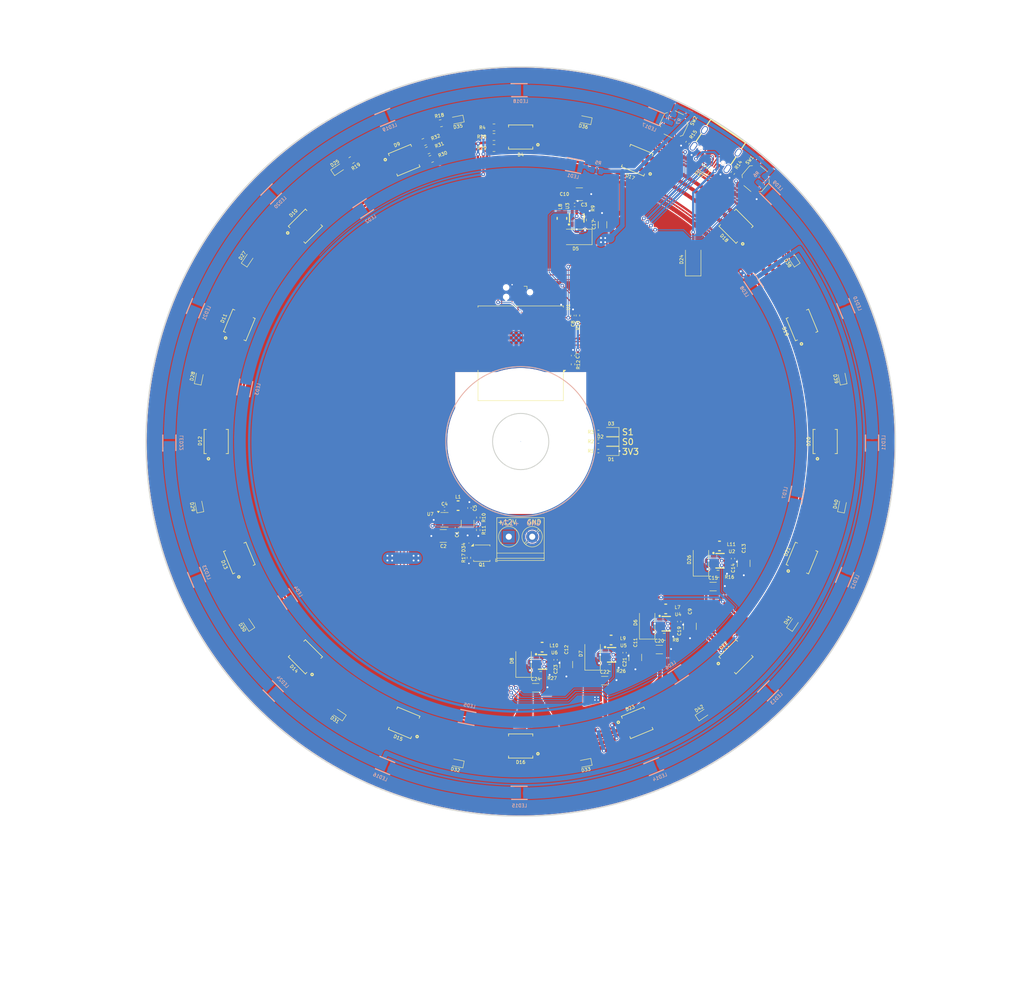
<source format=kicad_pcb>
(kicad_pcb (version 20240108) (generator "pcbnew") (generator_version "8.0")
  (layers (0 "F.Cu" signal) (31 "B.Cu" signal) (34 "B.Paste" user) (35 "F.Paste" user) (36 "B.SilkS" user "B.Silkscreen") (37 "F.SilkS" user "F.Silkscreen") (38 "B.Mask" user) (39 "F.Mask" user) (44 "Edge.Cuts" user))
  (net 0 "")
  (net 1 "GND")
  (net 2 "Net-(U7-SW)")
  (net 3 "Net-(U7-CB)")
  (net 4 "+3V3")
  (net 5 "EN")
  (net 6 "Net-(D1-A)")
  (net 7 "Net-(D2-A)")
  (net 8 "Net-(D3-A)")
  (net 9 "Net-(U7-FB)")
  (net 10 "Net-(LED1-A)")
  (net 11 "Net-(LED1-C)")
  (net 12 "Net-(LED2-C)")
  (net 13 "Net-(LED3-C)")
  (net 14 "Net-(LED4-C)")
  (net 15 "Net-(LED5-C)")
  (net 16 "Net-(LED6-C)")
  (net 17 "Net-(LED7-C)")
  (net 18 "/LedsUnten/LedTreiber4/LEDN")
  (net 19 "Net-(LED9-A)")
  (net 20 "Net-(LED10-A)")
  (net 21 "Net-(LED10-C)")
  (net 22 "Net-(LED11-C)")
  (net 23 "Net-(LED12-C)")
  (net 24 "Net-(LED13-C)")
  (net 25 "Net-(LED14-C)")
  (net 26 "Net-(LED15-C)")
  (net 27 "Net-(LED17-A)")
  (net 28 "Net-(LED17-C)")
  (net 29 "Net-(LED18-C)")
  (net 30 "Net-(LED19-C)")
  (net 31 "Net-(LED20-C)")
  (net 32 "Net-(LED21-C)")
  (net 33 "Net-(LED22-C)")
  (net 34 "Net-(LED23-C)")
  (net 35 "WhiteDim")
  (net 37 "GDim")
  (net 38 "BDim")
  (net 41 "TX")
  (net 42 "RDim")
  (net 43 "RX")
  (net 44 "IO9")
  (net 45 "Net-(D5-A)")
  (net 46 "Net-(D6-A)")
  (net 47 "/LedsOben/LedTreiber1/LEDN")
  (net 48 "Net-(D7-A)")
  (net 49 "/LedsOben/LedTreiber2/LEDN")
  (net 50 "/LedsOben/LedTreiber3/LEDN")
  (net 51 "Net-(D8-A)")
  (net 52 "StateLed00")
  (net 53 "StateLed01")
  (net 54 "Net-(J2-CC1)")
  (net 55 "Net-(J2-CC2)")
  (net 56 "DN")
  (net 57 "Net-(D24-A)")
  (net 58 "DP")
  (net 59 "/LedsUnten/LedTreiber4/LEDP")
  (net 60 "/LedsOben/LedTreiber1/LEDP")
  (net 61 "/LedsOben/LedTreiber2/LEDP")
  (net 62 "/LedsOben/LedTreiber3/LEDP")
  (net 63 "VCC")
  (net 64 "Net-(D34-A)")
  (net 65 "Net-(J1-Pin_1)")
  (net 66 "/LedsOben/LedTreiber5/LEDN")
  (net 67 "Net-(D26-A)")
  (net 68 "/LedsOben/LedTreiber5/LEDP")
  (net 69 "ADim")
  (net 70 "Net-(D4-BA)")
  (net 71 "Net-(D4-RA)")
  (net 72 "Net-(D17-GA)")
  (net 73 "Net-(D4-GA)")
  (net 74 "Net-(D17-BA)")
  (net 75 "Net-(D17-RA)")
  (net 76 "Net-(D10-GA)")
  (net 77 "Net-(D10-BA)")
  (net 78 "Net-(D9-BA)")
  (net 79 "Net-(D9-RA)")
  (net 80 "Net-(D9-GA)")
  (net 81 "Net-(D10-RA)")
  (net 82 "Net-(D10-RK)")
  (net 83 "Net-(D10-BK)")
  (net 84 "Net-(D10-GK)")
  (net 85 "Net-(D11-GK)")
  (net 86 "Net-(D11-RK)")
  (net 87 "Net-(D11-BK)")
  (net 88 "Net-(D12-GK)")
  (net 89 "Net-(D12-BK)")
  (net 90 "Net-(D12-RK)")
  (net 91 "Net-(D13-BK)")
  (net 92 "Net-(D13-RK)")
  (net 93 "Net-(D13-GK)")
  (net 94 "Net-(D14-GK)")
  (net 95 "Net-(D14-BK)")
  (net 96 "Net-(D14-RK)")
  (net 97 "Net-(D15-BK)")
  (net 98 "Net-(D15-RK)")
  (net 99 "Net-(D15-GK)")
  (net 100 "Net-(D17-BK)")
  (net 101 "Net-(D17-RK)")
  (net 102 "Net-(D17-GK)")
  (net 103 "Net-(D18-GK)")
  (net 104 "Net-(D18-RK)")
  (net 105 "Net-(D18-BK)")
  (net 106 "Net-(D19-BK)")
  (net 107 "Net-(D19-GK)")
  (net 108 "Net-(D19-RK)")
  (net 109 "Net-(D20-BK)")
  (net 110 "Net-(D20-RK)")
  (net 111 "Net-(D20-GK)")
  (net 112 "Net-(D21-RK)")
  (net 113 "Net-(D21-BK)")
  (net 114 "Net-(D21-GK)")
  (net 115 "Net-(D22-RK)")
  (net 116 "Net-(D22-GK)")
  (net 117 "Net-(D22-BK)")
  (net 118 "Net-(D25-K)")
  (net 119 "Net-(D27-K)")
  (net 120 "Net-(D28-K)")
  (net 121 "Net-(D29-K)")
  (net 122 "Net-(D30-K)")
  (net 123 "Net-(D31-K)")
  (net 124 "Net-(D32-K)")
  (net 125 "Net-(D25-A)")
  (net 126 "Net-(D35-K)")
  (net 127 "Net-(D35-A)")
  (net 128 "Net-(D36-K)")
  (net 129 "Net-(D37-K)")
  (net 130 "Net-(D38-K)")
  (net 131 "Net-(D39-K)")
  (net 132 "Net-(D40-K)")
  (net 133 "Net-(D41-K)")
  (footprint "Capacitor_SMD:C_0402_1005Metric" (layer "F.Cu") (at 168.4566 132.4157 -90)
    (property "Reference" "C19")
    (property "Value" "100n")
  )
  (footprint "Capacitor_SMD:C_1210_3225Metric" (layer "F.Cu") (at 123.2898 111.4806 -90)
    (property "Reference" "C6" (hide yes))
    (property "Value" "22u")
  )
  (footprint "Capacitor_SMD:C_1206_3216Metric" (layer "F.Cu") (at 175.694601 124.9422)
    (property "Reference" "C15")
    (property "Value" "4u7")
  )
  (footprint "LCSC:LED-SMD_6P-L5.0-W5.0-TL_TC5050RGBF08" (layer "F.Cu") (at 134.62 158.98 180)
    (property "Reference" "D16")
    (property "Value" "LED_RGB")
  )
  (footprint "LCSC:LED-SMD_6P-L5.0-W5.0-TL_TC5050RGBF08" (layer "F.Cu") (at 194.67217 118.854423 67.5)
    (property "Reference" "D21")
    (property "Value" "LED_RGB")
  )
  (footprint "Capacitor_SMD:C_0402_1005Metric" (layer "F.Cu") (at 145.669 67.084 90)
    (property "Reference" "C8")
    (property "Value" "100n")
  )
  (footprint "LED_SMD:LED_0603_1608Metric" (layer "F.Cu") (at 148.276322 25.32503 168.75)
    (property "Reference" "D36")
    (property "Value" "LED")
  )
  (footprint "LCSC:IND-SMD_L2.5-W2.0" (layer "F.Cu") (at 177.0624 116.2753)
    (property "Reference" "L11")
    (property "Value" "10u")
  )
  (footprint "LCSC:LED-SMD_6P-L5.0-W5.0-TL_TC5050RGBF08" (layer "F.Cu") (at 180.581941 48.018059 135)
    (property "Reference" "D18")
    (property "Value" "LED_RGB")
  )
  (footprint "LCSC:IND-SMD_L2.5-W2.0" (layer "F.Cu") (at 121.2578 107.6706 180)
    (property "Reference" "L1")
    (property "Value" "10u")
  )
  (footprint "Capacitor_SMD:C_0402_1005Metric" (layer "F.Cu") (at 145.795 75.63 90)
    (property "Reference" "C7")
    (property "Value" "100n")
  )
  (footprint "LCSC:SOT-23-6_L2.9-W1.6-P0.95-LS2.8-BR" (layer "F.Cu") (at 154.0294 139.512 180)
    (property "Reference" "U5")
    (property "Value" "SY7200AABC")
  )
  (footprint "Capacitor_SMD:C_0402_1005Metric" (layer "F.Cu") (at 123.6708 108.1786 90)
    (property "Reference" "C5")
    (property "Value" "100n")
  )
  (footprint "RF_Module:ESP32-C3-WROOM-02" (layer "F.Cu") (at 134.62 72.0478 180)
    (property "Reference" "U1")
    (property "Value" "ESP32-C3-WROOM-02")
  )
  (footprint "LED_SMD:LED_0603_1608Metric" (layer "F.Cu") (at 203.27497 80.323677 101.25)
    (property "Reference" "D39")
    (property "Value" "LED")
  )
  (footprint "Capacitor_SMD:C_0402_1005Metric" (layer "F.Cu") (at 142.066 140.5788 -90)
    (property "Reference" "C23")
    (property "Value" "100n")
  )
  (footprint "Capacitor_SMD:C_1210_3225Metric" (layer "F.Cu") (at 170.7426 133.4317 -90)
    (property "Reference" "C9")
    (property "Value" "22u")
  )
  (footprint "LCSC:LED-SMD_6P-L5.0-W5.0-TL_TC5050RGBF08" (layer "F.Cu") (at 69.62 93.98 90)
    (property "Reference" "D12")
    (property "Value" "LED_RGB")
  )
  (footprint "LED_SMD:LED_0603_1608Metric" (layer "F.Cu") (at 65.96503 80.323677 78.75)
    (property "Reference" "D28")
    (property "Value" "LED")
  )
  (footprint "Connector:Tag-Connect_TC2030-IDC-NL_2x03_P1.27mm_Vertical" (layer "F.Cu") (at 134.0612 62.103 180)
    (property "Reference" "J3" (hide yes))
    (property "Value" "Conn_02x03_Counter_Clockwise")
  )
  (footprint "MountingHole:MountingHole_3.2mm_M3" (layer "F.Cu") (at 124.62 93.98)
    (property "Reference" "H1" (hide yes))
    (property "Value" "MountingHole")
  )
  (footprint "Resistor_SMD:R_0805_2012Metric" (layer "F.Cu") (at 153.597601 142.306)
    (property "Reference" "R26")
    (property "Value" "3.3")
  )
  (footprint "LCSC:LED-SMD_6P-L5.0-W5.0-TL_TC5050RGBF08" (layer "F.Cu") (at 74.56783 118.854423 112.5)
    (property "Reference" "D13")
    (property "Value" "LED_RGB")
  )
  (footprint "LED_SMD:LED_0603_1608Metric" (layer "F.Cu") (at 65.96503 107.636322 101.25)
    (property "Reference" "D29")
    (property "Value" "LED")
  )
  (footprint "Capacitor_SMD:C_0402_1005Metric" (layer "F.Cu") (at 118.3622 108.331)
    (property "Reference" "C4")
    (property "Value" "100n")
  )
  (footprint "Capacitor_SMD:C_1210_3225Metric" (layer "F.Cu") (at 147.140699 41.187)
    (property "Reference" "C10")
    (property "Value" "22u")
  )
  (footprint "Resistor_SMD:R_0402_1005Metric" (layer "F.Cu") (at 125.5758 110.2086 90)
    (property "Reference" "R10")
    (property "Value" "47k")
  )
  (footprint "Capacitor_SMD:C_0402_1005Metric" (layer "F.Cu") (at 121.0038 112.3696 -90)
    (property "Reference" "C1")
    (property "Value" "100n")
  )
  (footprint "LED_SMD:LED_0603_1608Metric" (layer "F.Cu") (at 173.509917 152.182873 33.75)
    (property "Reference" "D42")
    (property "Value" "LED")
  )
  (footprint "Resistor_SMD:R_0805_2012Metric" (layer "F.Cu") (at 114.77 31.83 -157.5)
    (property "Reference" "R31")
    (property "Value" "22")
  )
  (footprint "Capacitor_SMD:C_1210_3225Metric" (layer "F.Cu") (at 182.2224 119.989199 -90)
    (property "Reference" "C13")
    (property "Value" "22u")
  )
  (footprint "Diode_SMD:D_SMA" (layer "F.Cu") (at 161.624 132.6443 90)
    (property "Reference" "D6")
    (property "Value" "SS34")
  )
  (footprint "Resistor_SMD:R_0402_1005Metric" (layer "F.Cu") (at 145.795 77.505 90)
    (property "Reference" "R12")
    (property "Value" "4k7")
  )
  (footprint "LED_SMD:LED_0805_2012Metric" (layer "F.Cu") (at 153.924 96.012 180)
    (property "Reference" "D1")
    (property "Value" "Power")
  )
  (footprint "Resistor_SMD:R_0402_1005Metric" (layer "F.Cu") (at 151.1968 96.012)
    (property "Reference" "R1")
    (property "Value" "4k7")
  )
  (footprint "LCSC:SOT-23-6_L2.9-W1.6-P0.95-LS2.8-BR" (layer "F.Cu") (at 139.2974 141.036 180)
    (property "Reference" "U6")
    (property "Value" "SY7200AABC")
  )
  (footprint "Diode_SMD:D_SMA" (layer "F.Cu") (at 173.1038 119.201801 90)
    (property "Reference" "D26")
    (property "Value" "SS34")
  )
  (footprint "LED_SMD:LED_0603_1608Metric" (layer "F.Cu") (at 95.730083 152.182873 146.25)
    (property "Reference" "D31")
    (property "Value" "LED")
  )
  (footprint "Button_Switch_SMD:SW_SPST_TL3342" (layer "F.Cu") (at 184.785 37.8714 -130)
    (property "Reference" "SW1")
    (property "Value" "Reset")
  )
  (footprint "LCSC:LED-SMD_6P-L5.0-W5.0-TL_TC5050RGBF08" (layer "F.Cu") (at 180.581941 139.941941 45)
    (property "Reference" "D22")
    (property "Value" "LED_RGB")
  )
  (footprint "Resistor_SMD:R_0805_2012Metric" (layer "F.Cu") (at 98.5266 33.909 -146.25)
    (property "Reference" "R19")
    (property "Value" "22")
  )
  (footprint "Capacitor_SMD:C_1210_3225Metric" (layer "F.Cu") (at 118.0828 114.1476 180)
    (property "Reference" "C2")
    (property "Value" "22u")
  )
  (footprint "LCSC:IND-SMD_L2.5-W2.0" (layer "F.Cu") (at 165.5826 129.7178)
    (property "Reference" "L7")
    (property "Value" "10u")
  )
  (footprint "LED_SMD:LED_0603_1608Metric" (layer "F.Cu") (at 192.822873 55.090083 123.75)
    (property "Reference" "D38")
    (property "Value" "LED")
  )
  (footprint "Capacitor_SMD:C_1210_3225Metric" (layer "F.Cu") (at 159.084 140.070799 -90)
    (property "Reference" "C11")
    (property "Value" "22u")
  )
  (footprint "Diode_SMD:D_SMA" (layer "F.Cu") (at 135.2334 140.807401 90)
    (property "Reference" "D8")
    (property "Value" "SS34")
  )
  (footprint "Diode_SMD:D_0402_1005Metric" (layer "F.Cu") (at 123.5632 116.7437 -90)
    (property "Reference" "D34")
    (property "Value" "15V")
  )
  (footprint "Resistor_SMD:R_0402_1005Metric" (layer "F.Cu") (at 151.1988 93.98)
    (property "Reference" "R2")
    (property "Value" "4k7")
  )
  (footprint "LCSC:IND-SMD_L2.5-W2.0" (layer "F.Cu") (at 143.4268 46.347 90)
    (property "Reference" "L8")
    (property "Value" "10u")
  )
  (footprint "LCSC:LED-SMD_6P-L5.0-W5.0-TL_TC5050RGBF08" (layer "F.Cu") (at 109.745577 154.03217 157.5)
    (property "Reference" "D15")
    (property "Value" "LED_RGB")
  )
  (footprint "Resistor_SMD:R_0805_2012Metric" (layer "F.Cu") (at 117.5766 26.035 11.25)
    (property "Reference" "R18")
    (property "Value" "22")
  )
  (footprint "Resistor_SMD:R_0402_1005Metric" (layer "F.Cu") (at 125.5578 112.8776 90)
    (property "Reference" "R11")
    (property "Value" "15k")
  )
  (footprint "Resistor_SMD:R_0805_2012Metric" (layer "F.Cu") (at 128.92 26.93)
    (property "Reference" "R4")
    (property "Value" "22")
  )
  (footprint "Diode_SMD:D_SMA" (layer "F.Cu") (at 146.353301 50.3056 180)
    (property "Reference" "D5")
    (property "Value" "SS34")
  )
  (footprint "LCSC:SOT-23-6_L2.9-W1.6-P0.95-LS2.8-BR" (layer "F.Cu") (at 146.5819 46.2416 -90)
    (property "Reference" "U3")
    (property "Value" "SY7200AABC")
  )
  (footprint "LCSC:IND-SMD_L2.5-W2.0" (layer "F.Cu") (at 153.924 136.3569)
    (property "Reference" "L9")
    (property "Value" "10u")
  )
  (footprint "Resistor_SMD:R_0402_1005Metric" (layer "F.Cu") (at 170.243386 30.194377 -123.75)
    (property "Reference" "R15")
    (property "Value" "5k1")
  )
  (footprint "Capacitor_SMD:C_1206_3216Metric" (layer "F.Cu") (at 137.824201 146.5478)
    (property "Reference" "C24")
    (property "Value" "4u7")
  )
  (footprint "Capacitor_SMD:C_0402_1005Metric" (layer "F.Cu") (at 146.1247 43.473)
    (property "Reference" "C3")
    (property "Value" "100n")
  )
  (footprint "Capacitor_SMD:C_0402_1005Metric" (layer "F.Cu") (at 179.9364 118.9732 -90)
    (property "Reference" "C14")
    (property "Value" "100n")
  )
  (footprint "LED_SMD:LED_0603_1608Metric" (layer "F.Cu") (at 120.963677 162.63497 168.75)
    (property "Reference" "D32")
    (property "Value" "LED")
  )
  (footprint "LCSC:SOT-23-6_L2.9-W1.6-P0.95-LS2.8-BR" (layer "F.Cu") (at 165.688 132.8729 180)
    (property "Reference" "U4")
    (property "Value" "SY7200AABC")
  )
  (footprint "LCSC:LED-SMD_6P-L5.0-W5.0-TL_TC5050RGBF08" (layer "F.Cu") (at 159.494423 33.92783 157.5)
    (property "Reference" "D17")
    (property "Value" "LED_RGB")
  )
  (footprint "Resistor_SMD:R_0805_2012Metric" (layer "F.Cu") (at 149.3759 46.673399 90)
    (property "Reference" "R9")
    (property "Value" "0.5")
  )
  (footprint "Capacitor_SMD:C_1206_3216Metric" (layer "F.Cu") (at 152.556201 145.0238)
    (property "Reference" "C22")
    (property "Value" "4u7")
  )
  (footprint "LCSC:LED-SMD_6P-L5.0-W5.0-TL_TC5050RGBF08" (layer "F.Cu") (at 74.56783 69.105577 67.5)
    (property "Reference" "D11")
    (property "Value" "LED_RGB")
  )
  (footprint "Resistor_SMD:R_0805_2012Metric" (layer "F.Cu") (at 114.02 30.03 -157.5)
    (property "Reference" "R32")
    (property "Value" "22")
  )
  (footprint "Package_TO_SOT_SMD:SOT-23-6" (layer "F.Cu") (at 118.3526 110.6928)
    (property "Reference" "U7")
    (property "Value" "RY8310")
  )
  (footprint "LED_SMD:LED_0805_2012Metric" (layer "F.Cu") (at 153.924 93.98 180)
    (property "Reference" "D2")
    (property "Value" "Status0")
  )
  (footprint "LED_SMD:LED_0603_1608Metric" (layer "F.Cu") (at 192.822873 132.869916 56.25)
    (property "Reference" "D41")
    (property "Value" "LED")
  )
  (footprint "LED_SMD:LED_0603_1608Metric" (layer "F.Cu") (at 173.509916 35.777127 146.25)
    (property "Reference" "D37")
    (property "Value" "LED")
  )
  (footprint "Capacitor_SMD:C_1210_3225Metric" (layer "F.Cu") (at 144.352 141.594799 -90)
    (property "Reference" "C12")
    (property "Value" "22u")
  )
  (footprint "LED_SMD:LED_0805_2012Metric" (layer "F.Cu") (at 153.924 91.948 180)
    (property "Reference" "D3")
    (property "Value" "Status1")
  )
  (footprint "LCSC:SOT-23-6_L2.9-W1.6-P0.95-LS2.8-BR" (layer "F.Cu") (at 177.1678 119.4304 180)
    (property "Reference" "U2")
    (property "Value" "SY7200AABC")
  )
  (footprint "LED_SMD:LED_0603_1608Metric" (layer "F.Cu") (at 148.276322 162.63497 -168.75)
    (property "Reference" "D33")
    (property "Value" "LED")
  )
  (footprint "Resistor_SMD:R_0805_2012Metric" (layer "F.Cu") (at 115.543 33.651 -157.5)
    (property "Reference" "R30")
    (property "Value" "22")
  )
  (footprint "LCSC:LED-SMD_6P-L5.0-W5.0-TL_TC5050RGBF08" (layer "F.Cu") (at 159.494423 154.03217 22.5)
    (property "Reference" "D23")
    (property "Value" "LED_RGB")
  )
  (footprint "LCSC:LED-SMD_6P-L5.0-W5.0-TL_TC5050RGBF08" (layer "F.Cu") (at 88.658059 139.941941 135)
    (property "Reference" "D14")
    (property "Value" "LED_RGB")
  )
  (footprint "LCSC:IND-SMD_L2.5-W2.0" (layer "F.Cu") (at 139.192 137.8809)
    (property "Reference" "L10")
    (property "Value" "10u")
  )
  (footprint "Resistor_SMD:R_0402_1005Metric" (layer "F.Cu") (at 146.8374 67.084 -90)
    (property "Reference" "R13")
    (property "Value" "4k7")
  )
  (footprint "LED_SMD:LED_0603_1608Metric" (layer "F.Cu") (at 76.417127 132.869916 123.75)
    (property "Reference" "D30")
    (property "Value" "LED")
  )
  (footprint "Diode_SMD:D_SMA" (layer "F.Cu") (at 171.45 55.118 90)
    (property "Reference" "D24")
    (property "Value" "SS34")
  )
  (footprint "LCSC:USB-C_SMD-TYPE-C-31-M-12" (layer "F.Cu") (at 176.08192 31.939741 146.25)
    (property "Reference" "J2" (hide yes))
    (property "Value" "USB_C_Receptacle_USB2.0_14P")
  )
  (footprint "Resistor_SMD:R_0805_2012Metric" (layer "F.Cu") (at 128.92 31.33)
    (property "Reference" "R29")
    (property "Value" "22")
  )
  (footprint "LCSC:LED-SMD_6P-L5.0-W5.0-TL_TC5050RGBF08" (layer "F.Cu") (at 88.658059 48.018059 45)
    (property "Reference" "D10")
    (property "Value" "LED_RGB")
  )
  (footprint "Button_Switch_SMD:SW_SPST_TL3342" (layer "F.Cu") (at 167.3098 26.289 -115.75)
    (property "Reference" "SW2")
    (property "Value" "User")
  )
  (footprint "Resistor_SMD:R_0402_1005Metric" (layer "F.Cu") (at 123.5632 118.8011 -90)
    (property "Reference" "R17")
    (property "Value" "100k")
  )
  (footprint "TerminalBlock_Phoenix:TerminalBlock_Phoenix_PT-1,5-2-5.0-H_1x02_P5.00mm_Horizontal" (layer "F.Cu") (at 132.08 114.3)
    (property "Reference" "J1" (hide yes))
    (property "Value" "Conn_01x02_Socket")
  )
  (footprint "Resistor_SMD:R_0402_1005Metric" (layer "F.Cu") (at 179.9082 36.6522 -123.75)
    (property "Reference" "R14")
    (property "Value" "5k1")
  )
  (footprint "LCSC:LED-SMD_6P-L5.0-W5.0-TL_TC5050RGBF08" (layer "F.Cu") (at 194.67217 69.105577 112.5)
    (property "Reference" "D19")
    (property "Value" "LED_RGB")
  )
  (footprint "Resistor_SMD:R_0805_2012Metric" (layer "F.Cu") (at 176.736001 122.2244)
    (property "Reference" "R16")
    (property "Value" "3.3")
  )
  (footprint "LCSC:LED-SMD_6P-L5.0-W5.0-TL_TC5050RGBF08" (layer "F.Cu") (at 134.62 28.98 180)
    (property "Reference" "D4")
    (property "Value" "LED_RGB")
  )
  (footprint "Capacitor_SMD:C_1206_3216Metric" (layer "F.Cu") (at 164.2148 138.3847)
    (property "Reference" "C20")
    (property "Value" "4u7")
  )
  (footprint "MountingHole:MountingHole_3.2mm_M3" (layer "F.Cu") (at 144.62 93.98)
    (property "Reference" "H2" (hide yes))
    (property "Value" "MountingHole")
  )
  (footprint "LCSC:LED-SMD_6P-L5.0-W5.0-TL_TC5050RGBF08" (layer "F.Cu") (at 109.745577 33.92783 22.5)
    (property "Reference" "D9")
    (property "Value" "LED_RGB")
  )
  (footprint "Resistor_SMD:R_0805_2012Metric" (layer "F.Cu") (at 138.865601 143.83)
    (property "Reference" "R27")
    (property "Value" "3.3")
  )
  (footprint "LED_SMD:LED_0603_1608Metric" (layer "F.Cu") (at 120.963677 25.32503 -168.75)
    (property "Reference" "D35")
    (property "Value" "LED")
  )
  (footprint "Resistor_SMD:R_0805_2012Metric" (layer "F.Cu") (at 165.2562 135.6669)
    (property "Reference" "R8")
    (property "Value" "3.3")
  )
  (footprint "Capacitor_SMD:C_0402_1005Metric" (layer "F.Cu") (at 156.798 139.0548 -90)
    (property "Reference" "C21")
    (property "Value" "100n")
  )
  (footprint "Capacitor_SMD:C_1206_3216Metric" (layer "F.Cu") (at 152.0937 47.714799 90)
    (property "Reference" "C17")
    (property "Value" "4u7")
  )
  (footprint "Package_SON:VSON-8_3.3x3.3mm_P0.65mm_NexFET" (layer "F.Cu") (at 126.3142 117.8052)
    (property "Reference" "Q1")
    (property "Value" "P-CHANNEL-MOSFET")
  )
  (footprint "LED_SMD:LED_0603_1608Metric" (layer "F.Cu") (at 95.730084 35.777127 33.75)
    (property "Reference" "D25")
    (property "Value" "LED")
  )
  (footprint "Resistor_SMD:R_0805_2012Metric" (layer "F.Cu") (at 128.92 28.98)
    (property "Reference" "R28")
    (property "Value" "22")
  )
  (footprint "LCSC:LED-SMD_6P-L5.0-W5.0-TL_TC5050RGBF08" (layer "F.Cu") (at 199.62 93.98 90)
    (property "Reference" "D20")
    (property "Value" "LED_RGB")
  )
  (footprint "LED_SMD:LED_0603_1608Metric" (layer "F.Cu") (at 76.417127 55.090083 56.25)
    (property "Reference" "D27")
    (property "Value" "LED")
  )
  (footprint "Diode_SMD:D_SMA" (layer "F.Cu") (at 149.9654 139.283401 90)
    (property "Reference" "D7")
    (property "Value" "SS34")
  )
  (footprint "Resistor_SMD:R_0402_1005Metric" (layer "F.Cu") (at 151.2036 91.948)
    (property "Reference" "R3")
    (property "Value" "4k7")
  )
  (footprint "LED_SMD:LED_0603_1608Metric" (layer "F.Cu") (at 203.27497 107.636322 78.75)
    (property "Reference" "D40")
    (property "Value" "LED")
  )
  (footprint "LCSC:LED-SMD_L3.3-W2.8-RD" (layer "B.Cu") (at 134.62 168.980001)
    (property "Reference" "LED15")
    (property "Value" "HL-AM-2835D1W-S1-08-HR3_C210320")
  )
  (footprint "LCSC:LED-SMD_L3.3-W2.8-RD" (layer "B.Cu") (at 101.285786 44.091823 33.75)
    (property "Reference" "LED2")
    (property "Value" "HL-AM-2835D1W-S1-08-HR3_C210320")
  )
  (footprint "LCSC:LED-SMD_L3.3-W2.8-RD" (layer "B.Cu") (at 59.62 93.98 90)
    (property "Reference" "LED22")
    (property "Value" "HL-AM-2835D1W-S1-08-HR3_C210320")
  )
  (footprint "LCSC:LED-SMD_L3.3-W2.8-RD" (layer "B.Cu") (at 184.508177 60.645786 -56.25)
    (property "Reference" "LED8")
    (property "Value" "HL-AM-2835D1W-S1-08-HR3_C210320")
  )
  (footprint "LCSC:LED-SMD_L3.3-W2.8-RD" (layer "B.Cu") (at 163.321257 24.689035 -22.5)
    (property "Reference" "LED17")
    (property "Value" "HL-AM-2835D1W-S1-08-HR3_C210320")
  )
  (footprint "LCSC:LED-SMD_L3.3-W2.8-RD" (layer "B.Cu") (at 163.321258 163.270965 22.5)
    (property "Reference" "LED14")
    (property "Value" "HL-AM-2835D1W-S1-08-HR3_C210320")
  )
  (footprint "LCSC:LED-SMD_L3.3-W2.8-RD" (layer "B.Cu") (at 187.653009 147.013009 45)
    (property "Reference" "LED13")
    (property "Value" "HL-AM-2835D1W-S1-08-HR3_C210320")
  )
  (footprint "LCSC:LED-SMD_L3.3-W2.8-RD" (layer "B.Cu") (at 65.329035 65.278743 67.5)
    (property "Reference" "LED21")
    (property "Value" "HL-AM-2835D1W-S1-08-HR3_C210320")
  )
  (footprint "LCSC:LED-SMD_L3.3-W2.8-RD" (layer "B.Cu") (at 81.586992 147.013009 135)
    (property "Reference" "LED24")
    (property "Value" "HL-AM-2835D1W-S1-08-HR3_C210320")
  )
  (footprint "LCSC:LED-SMD_L3.3-W2.8-RD" (layer "B.Cu") (at 105.918742 24.689035 22.5)
    (property "Reference" "LED19")
    (property "Value" "HL-AM-2835D1W-S1-08-HR3_C210320")
  )
  (footprint "LCSC:LED-SMD_L3.3-W2.8-RD" (layer "B.Cu") (at 84.731823 127.314214 123.75)
    (property "Reference" "LED4")
    (property "Value" "HL-AM-2835D1W-S1-08-HR3_C210320")
  )
  (footprint "LCSC:LED-SMD_L3.3-W2.8-RD" (layer "B.Cu") (at 81.586991 40.946992 45)
    (property "Reference" "LED20")
    (property "Value" "HL-AM-2835D1W-S1-08-HR3_C210320")
  )
  (footprint "LCSC:LED-SMD_L3.3-W2.8-RD" (layer "B.Cu") (at 203.910965 122.681258 67.5)
    (property "Reference" "LED12")
    (property "Value" "HL-AM-2835D1W-S1-08-HR3_C210320")
  )
  (footprint "Resistor_SMD:R_0805_2012Metric" (layer "B.Cu") (at 186.0804 38.1 -135)
    (property "Reference" "R6")
    (property "Value" "10")
  )
  (footprint "LCSC:LED-SMD_L3.3-W2.8-RD" (layer "B.Cu") (at 209.620001 93.98 90)
    (property "Reference" "LED11")
    (property "Value" "HL-AM-2835D1W-S1-08-HR3_C210320")
  )
  (footprint "LCSC:LED-SMD_L3.3-W2.8-RD" (layer "B.Cu") (at 105.918742 163.270965 -22.5)
    (property "Reference" "LED16")
    (property "Value" "HL-AM-2835D1W-S1-08-HR3_C210320")
  )
  (footprint "LCSC:LED-SMD_L3.3-W2.8-RD" (layer "B.Cu") (at 65.329035 122.681258 112.5)
    (property "Reference" "LED23")
    (property "Value" "HL-AM-2835D1W-S1-08-HR3_C210320")
  )
  (footprint "LCSC:LED-SMD_L3.3-W2.8-RD" (layer "B.Cu") (at 134.62 18.98)
    (property "Reference" "LED18")
    (property "Value" "HL-AM-2835D1W-S1-08-HR3_C210320")
  )
  (footprint "LCSC:LED-SMD_L3.3-W2.8-RD" (layer "B.Cu") (at 167.954214 143.868177 -146.25)
    (property "Reference" "LED6")
    (property "Value" "HL-AM-2835D1W-S1-08-HR3_C210320")
  )
  (footprint "LCSC:LED-SMD_L3.3-W2.8-RD" (layer "B.Cu") (at 146.325419 35.132883 -11.25)
    (property "Reference" "LED1")
    (property "Value" "HL-AM-2835D1W-S1-08-HR3_C210320")
  )
  (footprint "LCSC:LED-SMD_L3.3-W2.8-RD" (layer "B.Cu") (at 75.772883 82.274581 78.75)
    (property "Reference" "LED3")
    (property "Value" "HL-AM-2835D1W-S1-08-HR3_C210320")
  )
  (footprint "Resistor_SMD:R_0805_2012Metric" (layer "B.Cu") (at 166.845 25.055 -112.5)
    (property "Reference" "R7")
    (property "Value" "10")
  )
  (footprint "LCSC:LED-SMD_L3.3-W2.8-RD" (layer "B.Cu") (at 203.910965 65.278742 112.5)
    (property "Reference" "LED10")
    (property "Value" "HL-AM-2835D1W-S1-08-HR3_C210320")
  )
  (footprint "LCSC:LED-SMD_L3.3-W2.8-RD" (layer "B.Cu") (at 187.653009 40.946991 135)
    (property "Reference" "LED9")
    (property "Value" "HL-AM-2835D1W-S1-08-HR3_C210320")
  )
  (footprint "Resistor_SMD:R_0805_2012Metric" (layer "B.Cu") (at 150.845 36.105 168.75)
    (property "Reference" "R5")
    (property "Value" "10")
  )
  (footprint "LCSC:LED-SMD_L3.3-W2.8-RD" (layer "B.Cu") (at 122.914581 152.827117 168.75)
    (property "Reference" "LED5")
    (property "Value" "HL-AM-2835D1W-S1-08-HR3_C210320")
  )
  (footprint "LCSC:LED-SMD_L3.3-W2.8-RD" (layer "B.Cu") (at 193.467117 105.685419 -101.25)
    (property "Reference" "LED7")
    (property "Value" "HL-AM-2835D1W-S1-08-HR3_C210320")
  )
  (gr_arc (start 117.941849 33.142087) (mid 122.960866 31.984218) (end 128.057615 31.239682) (stroke (width 0.5)) (layer "F.Cu") (net 60))
  (gr_arc (start 132.389984 160.611404) (mid 121.70735 159.386272) (end 111.360611 156.459739) (stroke (width 0.8)) (layer "F.Cu") (net 98))
  (gr_arc (start 75.311 67.056) (mid 80.394629 57.895816) (end 86.881066 49.669128) (stroke (width 0.8)) (layer "F.Cu") (net 84))
  (gr_arc (start 160.909 36.195001) (mid 169.786518 41.12611) (end 177.764186 47.409658) (stroke (width 0.8)) (layer "F.Cu") (net 101))
  (gr_line (start 116.729623 26.116503) (end 117.046504 27.663046) (stroke (width 0.5)) (layer "F.Cu") (net 68))
  (gr_arc (start 194.069295 71.708966) (mid 196.859827 81.47314) (end 198.057751 91.557342) (stroke (width 0.8)) (layer "F.Cu") (net 108))
  (gr_arc (start 174.191756 36.278166) (mid 184.106052 44.517325) (end 192.340526 54.435513) (stroke (width 0.8)) (layer "F.Cu") (net 129))
  (gr_arc (start 199.71774 96.157961) (mid 198.52653 106.566288) (end 195.682061 116.649009) (stroke (width 0.8)) (layer "F.Cu") (net 111))
  (gr_arc (start 155.085864 157.350497) (mid 146.094005 159.573917) (end 136.8806 160.528) (stroke (width 0.8)) (layer "F.Cu") (net 47))
  (gr_line (start 114.02 30.03) (end 116.02 34.83) (stroke (width 0.2)) (layer "F.Cu") (net 60))
  (gr_arc (start 132.445493 157.426743) (mid 122.356682 156.268271) (end 112.581668 153.515951) (stroke (width 0.8)) (layer "F.Cu") (net 97))
  (gr_arc (start 91.293987 47.578769) (mid 99.247017 41.264066) (end 108.105179 36.298271) (stroke (width 0.8)) (layer "F.Cu") (net 77))
  (gr_arc (start 191.794999 117.78) (mid 186.898348 127.182332) (end 180.469898 135.611807) (stroke (width 0.5)) (layer "F.Cu") (net 68))
  (gr_arc (start 95.048244 151.681834) (mid 85.133948 143.442675) (end 76.899474 133.524487) (stroke (width 0.8)) (layer "F.Cu") (net 122))
  (gr_arc (start 99.22 33.380001) (mid 107.728446 29.154355) (end 116.729623 26.116503) (stroke (width 0.8)) (layer "F.Cu") (net 68))
  (gr_arc (start 161.544 34.671) (mid 170.704184 39.754629) (end 178.930872 46.241066) (stroke (width 0.8)) (layer "F.Cu") (net 102))
  (gr_arc (start 156.083 38.608) (mid 170.541174 46.689536) (end 182.204973 58.449885) (stroke (width 1)) (layer "F.Cu") (net 18))
  (gr_arc (start 179.111002 141.551104) (mid 170.908891 148.06859) (end 161.767987 153.186807) (stroke (width 0.8)) (layer "F.Cu") (net 116))
  (gr_arc (start 69.52226 91.802039) (mid 70.71347 81.393712) (end 73.557939 71.310991) (stroke (width 0.8)) (layer "F.Cu") (net 85))
  (gr_arc (start 136.850016 27.348596) (mid 147.53265 28.573728) (end 157.879389 31.500261) (stroke (width 0.8)) (layer "F.Cu") (net 74))
  (gr_arc (start 192.404999 120.269) (mid 187.47389 129.146518) (end 181.190342 137.124186) (stroke (width 0.8)) (layer "F.Cu") (net 112))
  (gr_arc (start 76.918166 54.408244) (mid 85.157325 44.493948) (end 95.075513 36.259474) (stroke (width 0.8)) (layer "F.Cu") (net 118))
  (gr_arc (start 193.261072 55.813912) (mid 199.267697 67.21994) (end 203.079833 79.534347) (stroke (width 0.8)) (layer "F.Cu") (net 130))
  (gr_arc (start 76.835001 67.691) (mid 81.76611 58.813482) (end 88.049658 50.835814) (stroke (width 0.8)) (layer "F.Cu") (net 83))
  (gr_arc (start 107.696 153.289) (mid 98.535816 148.205371) (end 90.309128 141.718934) (stroke (width 0.8)) (layer "F.Cu") (net 94))
  (gr_arc (start 117.046504 27.663046) (mid 186.270381 48.824665) (end 197.995 120.255) (stroke (width 0.5)) (layer "F.Cu") (net 68))
  (gr_arc (start 120.142 162.432999) (mid 107.829395 158.615045) (end 96.426207 152.603031) (stroke (width 0.8)) (layer "F.Cu") (net 123))
  (gr_arc (start 203.402815 81.160099) (mid 204.587315 93.996531) (end 203.39675 106.832401) (stroke (width 0.8)) (layer "F.Cu") (net 131))
  (gr_arc (start 193.929 120.904) (mid 188.845371 130.064184) (end 182.358934 138.290872) (stroke (width 0.8)) (layer "F.Cu") (net 114))
  (gr_arc (start 151.0538 155.4734) (mid 144.003362 156.936021) (end 136.832843 157.592981) (stroke (width 0.8)) (layer "F.Cu") (net 50))
  (gr_arc (start 197.03278 70.541532) (mid 199.988973 80.879836) (end 201.244734 91.558912) (stroke (width 0.8)) (layer "F.Cu") (net 106))
  (gr_arc (start 66.167001 79.502) (mid 69.984955 67.189395) (end 75.996969 55.786207) (stroke (width 0.8)) (layer "F.Cu") (net 119))
  (gr_arc (start 157.439595 154.91699) (mid 147.300773 157.797972) (end 136.8298 159.003999) (stroke (width 0.8)) (layer "F.Cu") (net 49))
  (gr_arc (start 192.321834 133.551756) (mid 184.082675 143.466052) (end 174.164487 151.700526) (stroke (width 0.8)) (layer "F.Cu") (net 133))
  (gr_arc (start 149.098 25.527001) (mid 161.410605 29.344955) (end 172.813793 35.356969) (stroke (width 0.8)) (layer "F.Cu") (net 128))
  (gr_arc (start 75.170705 116.251034) (mid 72.380173 106.48686) (end 71.182249 96.402658) (stroke (width 0.8)) (layer "F.Cu") (net 89))
  (gr_arc (start 108.331 151.764999) (mid 99.453482 146.83389) (end 91.475814 140.550342) (stroke (width 0.8)) (layer "F.Cu") (net 95))
  (gr_arc (start 134.467542 154.274297) (mid 74.493647 98.479682) (end 125.495 34.380001) (stroke (width 0.5)) (layer "F.Cu") (net 62))
  (gr_arc (start 115.62 31.43) (mid 121.752846 29.886796) (end 128.006109 28.943404) (stroke (width 0.5)) (layer "F.Cu") (net 61))
  (gr_arc (start 67.988596 91.749984) (mid 69.213728 81.06735) (end 72.140261 70.720611) (stroke (width 0.8)) (layer "F.Cu") (net 86))
  (gr_arc (start 87.048896 138.471002) (mid 80.53141 130.268891) (end 75.413193 121.127987) (stroke (width 0.8)) (layer "F.Cu") (net 93))
  (gr_arc (start 183.312376 48.441342) (mid 189.99984 56.861404) (end 195.246718 66.247025) (stroke (width 0.8)) (layer "F.Cu") (net 105))
  (gr_arc (start 121.800099 25.197185) (mid 134.636531 24.012685) (end 147.472401 25.20325) (stroke (width 0.8)) (layer "F.Cu") (net 126))
  (gr_arc (start 182.191104 49.488998) (mid 188.70859 57.691109) (end 193.826807 66.832013) (stroke (width 0.8)) (layer "F.Cu") (net 103))
  (gr_arc (start 88.218769 137.306013) (mid 81.904066 129.352983) (end 76.938271 120.494821) (stroke (width 0.8)) (layer "F.Cu") (net 91))
  (gr_arc (start 132.442039 159.07774) (mid 122.033712 157.88653) (end 111.950991 155.042061) (stroke (width 0.8)) (layer "F.Cu") (net 99))
  (gr_line (start 158.2928 157.1752) (end 157.861 157.988) (stroke (width 0.2)) (layer "F.Cu") (net 50))
  (gr_arc (start 183.063369 142.423369) (mid 177.774679 147.188962) (end 172.02 151.38) (stroke (width 0.5)) (layer "F.Cu") (net 66))
  (gr_arc (start 164.338 29.7434) (mid 167.024893 31.043179) (end 169.654679 32.45493) (stroke (width 0.2)) (layer "F.Cu") (net 44))
  (gr_line (start 197.995 120.255) (end 191.794999 117.78) (stroke (width 0.5)) (layer "F.Cu") (net 68))
  (gr_arc (start 65.837185 106.799901) (mid 64.652685 93.963469) (end 65.84325 81.127599) (stroke (width 0.8)) (layer "F.Cu") (net 120))
  (gr_arc (start 162.179 33.274) (mid 171.579629 38.493941) (end 180.018834 45.157231) (stroke (width 0.8)) (layer "F.Cu") (net 100))
  (gr_arc (start 181.021231 50.653987) (mid 187.335934 58.607017) (end 192.301729 67.465179) (stroke (width 0.8)) (layer "F.Cu") (net 104))
  (gr_arc (start 195.595939 71.080347) (mid 198.478499 81.152244) (end 199.709042 91.555994) (stroke (width 0.8)) (layer "F.Cu") (net 107))
  (gr_arc (start 172.786088 152.621072) (mid 161.38006 158.627697) (end 149.065653 162.439833) (stroke (width 0.8)) (layer "F.Cu") (net 66))
  (gr_arc (start 85.927624 139.518658) (mid 79.24016 131.098596) (end 73.993282 121.712975) (stroke (width 0.8)) (layer "F.Cu") (net 92))
  (gr_arc (start 195.326 121.539) (mid 190.106059 130.939629) (end 183.442769 139.378834) (stroke (width 0.8)) (layer "F.Cu") (net 113))
  (gr_arc (start 71.173257 91.805493) (mid 72.331729 81.716682) (end 75.084049 71.941668) (stroke (width 0.8)) (layer "F.Cu") (net 87))
  (gr_line (start 114.02 30.03) (end 114.87 29.68) (stroke (width 0.2)) (layer "F.Cu") (net 60))
  (gr_arc (start 158.710948 157.959866) (mid 155.567554 159.054401) (end 152.3746 159.9946) (stroke (width 0.8)) (layer "F.Cu") (net 50))
  (gr_line (start 172.786088 152.621072) (end 172.02 151.38) (stroke (width 0.5)) (layer "F.Cu") (net 66))
  (gr_arc (start 128.048772 33.423592) (mid 187.716449 64.129929) (end 182.941413 131.065046) (stroke (width 0.5)) (layer "F.Cu") (net 60))
  (gr_arc (start 72.20722 117.418468) (mid 69.251027 107.080164) (end 67.995266 96.401088) (stroke (width 0.8)) (layer "F.Cu") (net 90))
  (gr_arc (start 201.251404 96.210016) (mid 200.026272 106.89265) (end 197.099739 117.239389) (stroke (width 0.8)) (layer "F.Cu") (net 109))
  (gr_arc (start 203.072999 108.458) (mid 199.255045 120.770605) (end 193.243031 132.173793) (stroke (width 0.8)) (layer "F.Cu") (net 132))
  (gr_arc (start 198.066743 96.154507) (mid 196.908271 106.243318) (end 194.155951 116.018332) (stroke (width 0.8)) (layer "F.Cu") (net 110))
  (gr_arc (start 73.914 66.421) (mid 79.133941 57.020371) (end 85.797231 48.581166) (stroke (width 0.8)) (layer "F.Cu") (net 82))
  (gr_arc (start 177.946013 140.381231) (mid 169.992983 146.695934) (end 161.134821 151.661729) (stroke (width 0.8)) (layer "F.Cu") (net 115))
  (gr_arc (start 136.797961 28.88226) (mid 147.206288 30.07347) (end 157.289009 32.917939) (stroke (width 0.8)) (layer "F.Cu") (net 72))
  (gr_arc (start 147.439901 162.762815) (mid 134.603469 163.947315) (end 121.767599 162.75675) (stroke (width 0.8)) (layer "F.Cu") (net 124))
  (gr_arc (start 107.061 154.686) (mid 97.660371 149.466059) (end 89.221166 142.802769) (stroke (width 0.8)) (layer "F.Cu") (net 96))
  (gr_arc (start 89.081342 45.287624) (mid 97.501404 38.60016) (end 106.887025 33.353282) (stroke (width 0.8)) (layer "F.Cu") (net 81))
  (gr_arc (start 117.236233 32.109838) (mid 122.238481 30.918044) (end 127.320001 30.130001) (stroke (width 0.5)) (layer "F.Cu") (net 62))
  (gr_arc (start 156.8704 153.593799) (mid 155.505787 154.085484) (end 154.130321 154.545937) (stroke (width 0.8)) (layer "F.Cu") (net 47))
  (gr_line (start 183.037252 142.397252) (end 175.82 135.005) (stroke (width 0.5)) (layer "F.Cu") (net 66))
  (gr_arc (start 90.128998 46.408896) (mid 98.331109 39.89141) (end 107.472013 34.773193) (stroke (width 0.8)) (layer "F.Cu") (net 76))
  (gr_arc (start 75.978928 132.146088) (mid 69.972303 120.74006) (end 66.160167 108.425653) (stroke (width 0.8)) (layer "F.Cu") (net 121))
  (gr_line (start 158.6738 157.860999) (end 158.0134 156.3116) (stroke (width 0.8)) (layer "F.Cu") (net 50))
  (gr_arc (start 136.794507 30.533257) (mid 146.883318 31.691729) (end 156.658332 34.444049) (stroke (width 0.8)) (layer "F.Cu") (net 75))
  (gr_arc (start 73.644061 116.879653) (mid 70.761501 106.807756) (end 69.530958 96.404006) (stroke (width 0.8)) (layer "F.Cu") (net 88))
  (gr_arc (start 180.158658 142.672376) (mid 171.738596 149.35984) (end 162.352975 154.606718) (stroke (width 0.8)) (layer "F.Cu") (net 117))
  (gr_arc (start 107.769034 24.023805) (mid 120.120042 20.382469) (end 132.910886 18.898876) (stroke (width 2.5)) (layer "B.Cu") (net 29))
  (gr_arc (start 167.92 22.380001) (mid 178.559249 28.369084) (end 188.1481 35.926642) (stroke (width 0.8)) (layer "B.Cu") (net 59))
  (gr_arc (start 185.438896 62.195744) (mid 193.422102 82.356234) (end 193.710085 104.037886) (stroke (width 2.5)) (layer "B.Cu") (net 17))
  (gr_line (start 167.145 24.205) (end 167.92 22.38) (stroke (width 1)) (layer "B.Cu") (net 59))
  (gr_arc (start 104.14 162.433) (mid 92.831705 156.274332) (end 82.738154 148.278898) (stroke (width 2.5)) (layer "B.Cu") (net 18))
  (gr_line (start 104.902 162.9156) (end 105.940781 160.484359) (stroke (width 1)) (layer "B.Cu") (net 18))
  (gr_arc (start 83.801104 125.764256) (mid 75.817898 105.603766) (end 75.529915 83.922114) (stroke (width 2.5)) (layer "B.Cu") (net 13))
  (gr_arc (start 66.167 63.5) (mid 72.325668 52.191705) (end 80.321102 42.098154) (stroke (width 2.5)) (layer "B.Cu") (net 31))
  (gr_arc (start 188.975677 42.401865) (mid 197.066359 52.419229) (end 203.331864 63.668682) (stroke (width 2.5)) (layer "B.Cu") (net 20))
  (gr_arc (start 64.663805 120.830966) (mid 61.022469 108.479958) (end 59.538876 95.689114) (stroke (width 2.5)) (layer "B.Cu") (net 33))
  (gr_arc (start 121.160477 152.389249) (mid 101.259878 143.778609) (end 85.725001 128.651) (stroke (width 2.5)) (layer "B.Cu") (net 14))
  (gr_line (start 154.130321 154.545937) (end 155.085864 157.350497) (stroke (width 0.8)) (layer "B.Cu") (net 47))
  (gr_arc (start 166.009747 142.246501) (mid 159.78019 145.767413) (end 153.162 148.488399) (stroke (width 0.2)) (layer "B.Cu") (net 42))
  (gr_arc (start 180.785685 129.316066) (mid 168.36228 141.323073) (end 152.9588 149.148799) (stroke (width 0.2)) (layer "B.Cu") (net 69))
  (gr_line (start 134.62 93.98) (end 134.62 93.98) (stroke (width 0.1)) (layer "B.Cu"))
  (gr_arc (start 161.470966 163.936195) (mid 149.119958 167.577531) (end 136.329114 169.061124) (stroke (width 2.5)) (layer "B.Cu") (net 25))
  (gr_line (start 164.32 25.005) (end 166.47 25.88) (stroke (width 1)) (layer "B.Cu") (net 27))
  (gr_arc (start 83.041865 39.624323) (mid 93.059229 31.533641) (end 104.308682 25.268136) (stroke (width 2.5)) (layer "B.Cu") (net 30))
  (gr_arc (start 148.811531 149.773348) (mid 77.737772 105.147951) (end 126.618696 36.930941) (stroke (width 0.5)) (layer "B.Cu") (net 61))
  (gr_arc (start 209.526517 95.94402) (mid 208.164147 108.748342) (end 204.639964 121.133287) (stroke (width 2.5)) (layer "B.Cu") (net 22))
  (gr_arc (start 59.713483 92.01598) (mid 61.075853 79.211658) (end 64.600036 66.826713) (stroke (width 2.5)) (layer "B.Cu") (net 32))
  (gr_line (start 186.72 37.455) (end 188.1481 35.926642) (stroke (width 1)) (layer "B.Cu") (net 59))
  (gr_arc (start 102.835744 43.161104) (mid 122.996234 35.177898) (end 144.677886 34.889915) (stroke (width 2.5)) (layer "B.Cu") (net 11))
  (gr_line (start 186.87 40.105) (end 185.545 38.73) (stroke (width 1)) (layer "B.Cu") (net 19))
  (gr_arc (start 194.1322 52.705) (mid 190.671456 139.844601) (end 105.940781 160.484359) (stroke (width 1)) (layer "B.Cu") (net 18))
  (gr_arc (start 132.65598 168.886517) (mid 119.851658 167.524147) (end 107.466713 163.999964) (stroke (width 2.5)) (layer "B.Cu") (net 26))
  (gr_arc (start 186.198135 148.335677) (mid 176.180771 156.426359) (end 164.931318 162.691864) (stroke (width 2.5)) (layer "B.Cu") (net 24))
  (gr_line (start 183.896 59.7408) (end 194.1322 52.705) (stroke (width 1)) (layer "B.Cu") (net 18))
  (gr_arc (start 180.419999 135.679999) (mid 178.946352 137.243199) (end 177.419382 138.754354) (stroke (width 0.5)) (layer "B.Cu") (net 68))
  (gr_arc (start 76.210751 80.520477) (mid 84.821391 60.619878) (end 99.949 45.085001) (stroke (width 2.5)) (layer "B.Cu") (net 12))
  (gr_arc (start 136.58402 19.073483) (mid 149.388342 20.435853) (end 161.773287 23.960036) (stroke (width 2.5)) (layer "B.Cu") (net 28))
  (gr_arc (start 203.073 124.46) (mid 196.914332 135.768295) (end 188.918898 145.861846) (stroke (width 2.5)) (layer "B.Cu") (net 23))
  (gr_arc (start 166.404256 144.798896) (mid 146.243766 152.782102) (end 124.562114 153.070085) (stroke (width 2.5)) (layer "B.Cu") (net 15))
  (gr_arc (start 80.264323 145.558135) (mid 72.173641 135.540771) (end 65.908136 124.291318) (stroke (width 2.5)) (layer "B.Cu") (net 34))
  (gr_line (start 151.0538 155.4734) (end 152.360598 159.979659) (stroke (width 0.8)) (layer "B.Cu") (net 50))
  (gr_arc (start 204.576195 67.129034) (mid 208.217531 79.480042) (end 209.701124 92.270886) (stroke (width 2.5)) (layer "B.Cu") (net 21))
  (gr_arc (start 193.029249 107.439523) (mid 184.418609 127.340122) (end 169.291 142.874999) (stroke (width 2.5)) (layer "B.Cu") (net 16))
  (gr_circle (center 134.62 93.98) (end 150.62 93.98) (stroke (width 0.2)) (fill none) (layer "B.SilkS"))
  (gr_circle (center 134.62 93.98) (end 214.62 93.98) (stroke (width 0.2)) (fill none) (layer "Edge.Cuts"))
  (gr_circle (center 134.62 93.98) (end 140.62 93.98) (stroke (width 0.2)) (fill none) (layer "Edge.Cuts"))
  (gr_text "GND  +12V" (at 134.62 112.014 0) (layer "B.SilkS") (effects (font (size 1 1)) (justify bottom mirror)))
  (gr_text "+12V   GND" (at 134.366 111.76 0) (layer "F.SilkS") (effects (font (size 1 1)) (justify bottom)))
  (gr_text "S1\nS0\n3V3" (at 156.1338 94.0562 0) (layer "F.SilkS") (effects (font (size 1.3 1.3) (thickness 0.2)) (justify left)))
  (segment (start 166.7256 138.2776) (end 165.7969 138.2776) (width 0.25) (layer "F.Cu") (net 1))
  (segment (start 170.768 135.9717) (end 170.768 134.9321) (width 0.25) (layer "F.Cu") (net 1))
  (segment (start 115.5428 114.1476) (end 116.6078 114.1476) (width 0.25) (layer "F.Cu") (net 1))
  (segment (start 180.7746 119.6336) (end 180.1168 119.6336) (width 0.25) (layer "F.Cu") (net 1))
  (segment (start 179.624859 37.07625) (end 179.302407 37.558833) (width 0.25) (layer "F.Cu") (net 1))
  (segment (start 139.4063 146.4407) (end 139.2992 146.5478) (width 0.25) (layer "F.Cu") (net 1))
  (segment (start 154.8615 96.012) (end 155.702 96.012) (width 0.2) (layer "F.Cu") (net 1))
  (segment (start 144.3774 144.1348) (end 144.3774 143.0952) (width 0.25) (layer "F.Cu") (net 1))
  (segment (start 179.302407 37.558833) (end 179.307386 37.583861) (width 0.25) (layer "F.Cu") (net 1))
  (segment (start 171.095 32.805) (end 171.5634 32.805) (width 0.25) (layer "F.Cu") (net 1))
  (segment (start 159.1094 141.5712) (end 159.084 141.5458) (width 0.25) (layer "F.Cu") (net 1))
  (segment (start 184.253737 41.505737) (end 184.9882 42.2402) (width 0.2) (layer "F.Cu") (net 1))
  (segment (start 179.302407 37.588193) (end 179.197 37.6936) (width 0.25) (layer "F.Cu") (net 1))
  (segment (start 177.6794 122.1935) (end 177.6485 122.2244) (width 0.25) (layer "F.Cu") (net 1))
  (segment (start 168.637 133.0761) (end 168.4566 132.8957) (width 0.25) (layer "F.Cu") (net 1))
  (segment (start 123.2898 114.0206) (end 123.2898 112.9556) (width 0.25) (layer "F.Cu") (net 1))
  (segment (start 169.74287 30.8356) (end 168.8846 30.8356) (width 0.25) (layer "F.Cu") (net 1))
  (segment (start 143.256 64.77) (end 143.256 65.9338) (width 0.5) (layer "F.Cu") (net 1))
  (segment (start 123.5632 119.3111) (end 123.5632 120.0032) (width 0.25) (layer "F.Cu") (net 1))
  (segment (start 132.7912 61.468) (end 132.7912 60.5028) (width 0.127) (layer "F.Cu") (net 1))
  (segment (start 168.8592 30.8102) (end 168.000646 29.951646) (width 0.2) (layer "F.Cu") (net 1))
  (segment (start 145.669 65.913) (end 145.796 65.786) (width 0.2) (layer "F.Cu") (net 1))
  (segment (start 145.795 74.43) (end 145.795 75.15) (width 0.25) (layer "F.Cu") (net 1))
  (segment (start 149.345 44.7468) (end 149.345 45.73) (width 0.25) (layer "F.Cu") (net 1))
  (segment (start 123.6708 107.6986) (end 123.6708 106.9086) (width 0.25) (layer "F.Cu") (net 1))
  (segment (start 188.265266 36.679656) (end 188.265266 37.159734) (width 0.2) (layer "F.Cu") (net 1))
  (segment (start 184.215704 41.505737) (end 184.253737 41.505737) (width 0.2) (layer "F.Cu") (net 1))
  (segment (start 151.9866 46.1327) (end 152.0937 46.2398) (width 0.25) (layer "F.Cu") (net 1))
  (segment (start 144.3774 143.0952) (end 144.352 143.0698) (width 0.25) (layer "F.Cu") (net 1))
  (segment (start 136.859 141.036) (end 137.9474 141.036) (width 0.25) (layer "F.Cu") (net 1))
  (segment (start 146.7851 42.6348) (end 146.7851 43.2926) (width 0.25) (layer "F.Cu") (net 1))
  (segment (start 125.5758 113.4056) (end 125.5578 113.3876) (width 0.25) (layer "F.Cu") (net 1))
  (segment (start 140.335 146.4407) (end 139.4063 146.4407) (width 0.25) (layer "F.Cu") (net 1))
  (segment (start 123.5632 120.0032) (end 123.575 120.015) (width 0.25) (layer "F.Cu") (net 1))
  (segment (start 177.27 36.189514) (end 177.245643 36.165157) (width 0.25) (layer "F.Cu") (net 1))
  (segment (start 146.5819 48.68) (end 146.5819 47.5916) (width 0.25) (layer "F.Cu") (net 1))
  (segment (start 154.1383 144.9167) (end 154.0312 145.0238) (width 0.25) (layer "F.Cu") (net 1))
  (segment (start 140.7922 143.7991) (end 139.809 143.7991) (width 0.25) (layer "F.Cu") (net 1))
  (segment (start 165.7969 138.2776) (end 165.6898 138.3847) (width 0.25) (layer "F.Cu") (net 1))
  (segment (start 180.1168 119.6336) (end 179.9364 119.4532) (width 0.25) (layer "F.Cu") (net 1))
  (segment (start 142.9042 141.2392) (end 142.2464 141.2392) (width 0.25) (layer "F.Cu") (net 1))
  (segment (start 148.6411 41.1616) (end 148.6157 41.187) (width 0.25) (layer "F.Cu") (net 1))
  (segment (start 182.2478 121.4896) (end 182.2224 121.4642) (width 0.25) (layer "F.Cu") (net 1))
  (segment (start 169.960044 30.618426) (end 169.74287 30.8356) (width 0.25) (layer "F.Cu") (net 1))
  (segment (start 149.6807 41.1616) (end 148.6411 41.1616) (width 0.25) (layer "F.Cu") (net 1))
  (segment (start 167.1828 135.636) (end 166.1996 135.636) (width 0.25) (layer "F.Cu") (net 1))
  (segment (start 159.1094 142.6108) (end 159.1094 141.5712) (width 0.25) (layer "F.Cu") (net 1))
  (segment (start 166.1996 135.636) (end 166.1687 135.6669) (width 0.25) (layer "F.Cu") (net 1))
  (segment (start 154.541 142.2751) (end 154.5101 142.306) (width 0.25) (layer "F.Cu") (net 1))
  (segment (start 177.2767 124.8351) (end 177.1696 124.9422) (width 0.25) (layer "F.Cu") (net 1))
  (segment (start 178.6626 122.1935) (end 177.6794 122.1935) (width 0.25) (layer "F.Cu") (net 1))
  (segment (start 188.265266 37.159734) (end 184.215704 41.209296) (width 0.2) (layer "F.Cu") (net 1))
  (segment (start 171.5634 32.805) (end 171.924238 32.444162) (width 0.25) (layer "F.Cu") (net 1))
  (segment (start 177.245643 36.165157) (end 177.245643 35.68796) (width 0.25) (layer "F.Cu") (net 1))
  (segment (start 121.0038 113.6396) (end 121.0038 112.8496) (width 0.25) (layer "F.Cu") (net 1))
  (segment (start 170.389629 24.277247) (end 170.389629 25.520571) (width 0.2) (layer "F.Cu") (net 1))
  (segment (start 184.215704 41.209296) (end 184.215704 41.505737) (width 0.2) (layer "F.Cu") (net 1))
  (segment (start 125.5758 114.1476) (end 125.5758 113.4056) (width 0.25) (layer "F.Cu") (net 1))
  (segment (start 151.591 139.512) (end 152.6794 139.512) (width 0.25) (layer "F.Cu") (net 1))
  (segment (start 117.2151 110.6928) (end 116.0766 110.6928) (width 0.25) (layer "F.Cu") (net 1))
  (segment (start 142.2464 141.2392) (end 142.066 141.0588) (width 0.25) (layer "F.Cu") (net 1))
  (segment (start 168.000646 29.951646) (end 167.652625 29.951646) (width 0.2) (layer "F.Cu") (net 1))
  (segment (start 155.067 144.9167) (end 154.1383 144.9167) (width 0.25) (layer "F.Cu") (net 1))
  (segment (start 151.9866 45.204) (end 151.9866 46.1327) (width 0.25) (layer "F.Cu") (net 1))
  (segment (start 143.256 65.9338) (end 143.37 66.0478) (width 0.5) (layer "F.Cu") (net 1))
  (segment (start 116.0766 110.6928) (end 116.0508 110.7186) (width 0.25) (layer "F.Cu") (net 1))
  (segment (start 177.27 36.955) (end 177.27 36.189514) (width 0.25) (layer "F.Cu") (net 1))
  (segment (start 179.302407 37.558833) (end 179.302407 37.588193) (width 0.25) (layer "F.Cu") (net 1))
  (segment (start 174.7294 119.4304) (end 175.8178 119.4304) (width 0.25) (layer "F.Cu") (net 1))
  (segment (start 170.768 134.9321) (end 170.7426 134.9067) (width 0.25) (layer "F.Cu") (net 1))
  (segment (start 169.2948 133.0761) (end 168.637 133.0761) (width 0.25) (layer "F.Cu") (net 1))
  (segment (start 149.345 45.73) (end 149.3759 45.7609) (width 0.25) (layer "F.Cu") (net 1))
  (segment (start 168.8846 30.8356) (end 168.8592 30.8102) (width 0.25) (layer "F.Cu") (net 1))
  (segment (start 178.2054 124.8351) (end 177.2767 124.8351) (width 0.25) (layer "F.Cu") (net 1))
  (segment (start 146.7851 43.2926) (end 146.6047 43.473) (width 0.25) (layer "F.Cu") (net 1))
  (segment (start 163.2496 132.8729) (end 164.338 132.8729) (width 0.25) (layer "F.Cu") (net 1))
  (segment (start 171.924238 32.444162) (end 171.924238 32.132311) (width 0.25) (layer "F.Cu") (net 1))
  (segment (start 156.9784 139.7152) (end 156.798 139.5348) (width 0.25) (layer "F.Cu") (net 1))
  (segment (start 155.5242 142.2751) (end 154.541 142.2751) (width 0.25) (layer "F.Cu") (net 1))
  (segment (start 139.809 143.7991) (end 139.7781 143.83) (width 0.25) (layer "F.Cu") (net 1))
  (segment (start 167.652625 28.257575) (end 167.652625 29.951646) (width 0.2) (layer "F.Cu") (net 1))
  (segment (start 145.669 66.604) (end 145.669 65.913) (width 0.2) (layer "F.Cu") (net 1))
  (segment (start 157.6362 139.7152) (end 156.9784 139.7152) (width 0.25) (layer "F.Cu") (net 1))
  (segment (start 170.389629 25.520571) (end 167.652625 28.257575) (width 0.2) (layer "F.Cu") (net 1))
  (segment (start 182.2478 122.5292) (end 182.2478 121.4896) (width 0.25) (layer "F.Cu") (net 1))
  (via (at 143.256 64.77) (size 0.8) (drill 0.4) (layers "F.Cu" "B.Cu") (net 1))
  (via (at 144.3774 144.1348) (size 0.8) (drill 0.4) (layers "F.Cu" "B.Cu") (net 1))
  (via (at 142.9042 141.2392) (size 0.8) (drill 0.4) (layers "F.Cu" "B.Cu") (net 1))
  (via (at 151.9866 45.204) (size 0.8) (drill 0.4) (layers "F.Cu" "B.Cu") (net 1))
  (via (at 125.5758 114.1476) (size 0.8) (drill 0.4) (layers "F.Cu" "B.Cu") (net 1))
  (via (at 163.2496 132.8729) (size 0.8) (drill 0.4) (layers "F.Cu" "B.Cu") (net 1))
  (via (at 149.345 44.7468) (size 0.8) (drill 0.4) (layers "F.Cu" "B.Cu") (net 1))
  (via (at 180.7746 119.6336) (size 0.8) (drill 0.4) (layers "F.Cu" "B.Cu") (net 1))
  (via (at 123.575 120.015) (size 0.45) (drill 0.3) (layers "F.Cu" "B.Cu") (net 1))
  (via (at 155.702 96.012) (size 0.8) (drill 0.4) (layers "F.Cu" "B.Cu") (net 1))
  (via (at 184.9882 42.2402) (size 0.8) (drill 0.4) (layers "F.Cu" "B.Cu") (net 1))
  (via (at 168.8592 30.8102) (size 0.8) (drill 0.4) (layers "F.Cu" "B.Cu") (net 1))
  (via (at 145.795 74.43) (size 0.8) (drill 0.4) (layers "F.Cu" "B.Cu") (net 1))
  (via (at 177.27 36.955) (size 0.8) (drill 0.4) (layers "F.Cu" "B.Cu") (net 1))
  (via (at 123.2898 114.0206) (size 0.8) (drill 0.4) (layers "F.Cu" "B.Cu") (net 1))
  (via (at 146.7851 42.6348) (size 0.8) (drill 0.4) (layers "F.Cu" "B.Cu") (net 1))
  (via (at 140.335 146.4407) (size 0.8) (drill 0.4) (layers "F.Cu" "B.Cu") (net 1))
  (via (at 155.067 144.9167) (size 0.8) (drill 0.4) (layers "F.Cu" "B.Cu") (net 1))
  (via (at 157.6362 139.7152) (size 0.8) (drill 0.4) (layers "F.Cu" "B.Cu") (net 1))
  (via (at 116.0508 110.7186) (size 0.8) (drill 0.4) (layers "F.Cu" "B.Cu") (net 1))
  (via (at 136.859 141.036) (size 0.8) (drill 0.4) (layers "F.Cu" "B.Cu") (net 1))
  (via (at 155.5242 142.2751) (size 0.8) (drill 0.4) (layers "F.Cu" "B.Cu") (net 1))
  (via (at 121.0038 113.6396) (size 0.8) (drill 0.4) (layers "F.Cu" "B.Cu") (net 1))
  (via (at 167.1828 135.636) (size 0.8) (drill 0.4) (layers "F.Cu" "B.Cu") (net 1))
  (via (at 151.591 139.512) (size 0.8) (drill 0.4) (layers "F.Cu" "B.Cu") (net 1))
  (via (at 132.7912 60.5028) (size 0.45) (drill 0.3) (layers "F.Cu" "B.Cu") (net 1))
  (via (at 149.6807 41.1616) (size 0.8) (drill 0.4) (layers "F.Cu" "B.Cu") (net 1))
  (via (at 140.7922 143.7991) (size 0.8) (drill 0.4) (layers "F.Cu" "B.Cu") (net 1))
  (via (at 178.6626 122.1935) (size 0.8) (drill 0.4) (layers "F.Cu" "B.Cu") (net 1))
  (via (at 145.796 65.786) (size 0.8) (drill 0.4) (layers "F.Cu" "B.Cu") (net 1))
  (via (at 166.7256 138.2776) (size 0.8) (drill 0.4) (layers "F.Cu" "B.Cu") (net 1))
  (via (at 178.2054 124.8351) (size 0.8) (drill 0.4) (layers "F.Cu" "B.Cu") (net 1))
  (via (at 179.197 37.6936) (size 0.8) (drill 0.4) (layers "F.Cu" "B.Cu") (net 1))
  (via (at 123.6708 106.9086) (size 0.8) (drill 0.4) (layers "F.Cu" "B.Cu") (net 1))
  (via (at 169.2948 133.0761) (size 0.8) (drill 0.4) (layers "F.Cu" "B.Cu") (net 1))
  (via (at 182.2478 122.5292) (size 0.8) (drill 0.4) (layers "F.Cu" "B.Cu") (net 1))
  (via (at 159.1094 142.6108) (size 0.8) (drill 0.4) (layers "F.Cu" "B.Cu") (net 1))
  (via (at 171.095 32.805) (size 0.8) (drill 0.4) (layers "F.Cu" "B.Cu") (net 1))
  (via (at 115.5428 114.1476) (size 0.8) (drill 0.4) (layers "F.Cu" "B.Cu") (net 1))
  (via (at 174.7294 119.4304) (size 0.8) (drill 0.4) (layers "F.Cu" "B.Cu") (net 1))
  (via (at 146.5819 48.68) (size 0.8) (drill 0.4) (layers "F.Cu" "B.Cu") (net 1))
  (via (at 170.768 135.9717) (size 0.8) (drill 0.4) (layers "F.Cu" "B.Cu") (net 1))
  (segment (start 147.376 66.604) (end 147.828 67.056) (width 0.2) (layer "F.Cu") (net 4))
  (segment (start 146.8374 66.604) (end 147.376 66.604) (width 0.2) (layer "F.Cu") (net 4))
  (segment (start 150.6868 96.012) (end 150.6868 91.9548) (width 0.5) (layer "F.Cu") (net 4))
  (segment (start 143.42 78.0978) (end 143.37 78.0478) (width 0.25) (layer "F.Cu") (net 4))
  (segment (start 142.0154 109.6986) (end 150.6868 101.0272) (width 0.5) (layer "F.Cu") (net 4))
  (segment (start 135.3312 61.468) (end 136.0678 60.7314) (width 0.25) (layer "F.Cu") (net 4))
  (segment (start 141.9352 60.7314) (end 146.8374 65.6336) (width 0.25) (layer "F.Cu") (net 4))
  (segment (start 146.812 78.0478) (end 146.812 74.422) (width 0.5) (layer "F.Cu") (net 4))
  (segment (start 125.5758 109.6986) (end 142.0154 109.6986) (width 0.5) (layer "F.Cu") (net 4))
  (segment (start 146.8374 65.6336) (end 146.8374 66.604) (width 0.25) (layer "F.Cu") (net 4))
  (segment (start 150.6868 91.9548) (end 150.6936 91.948) (width 0.5) (layer "F.Cu") (net 4))
  (segment (start 136.0678 60.7314) (end 141.9352 60.7314) (width 0.25) (layer "F.Cu") (net 4))
  (segment (start 147.828 68.326) (end 147.32 68.834) (width 0.2) (layer "F.Cu") (net 4))
  (segment (start 150.6936 80.867846) (end 147.873554 78.0478) (width 0.5) (layer "F.Cu") (net 4))
  (segment (start 150.6936 91.948) (end 150.6936 80.867846) (width 0.5) (layer "F.Cu") (net 4))
  (segment (start 146.812 78.0478) (end 143.37 78.0478) (width 0.5) (layer "F.Cu") (net 4))
  (segment (start 147.873554 78.0478) (end 146.812 78.0478) (width 0.5) (layer "F.Cu") (net 4))
  (segment (start 147.32 68.834) (end 146.812 68.834) (width 0.2) (layer "F.Cu") (net 4))
  (segment (start 150.6868 101.0272) (end 150.6868 96.012) (width 0.5) (layer "F.Cu") (net 4))
  (segment (start 147.828 67.056) (end 147.828 68.326) (width 0.2) (layer "F.Cu") (net 4))
  (via (at 146.812 74.422) (size 0.8) (drill 0.4) (layers "F.Cu" "B.Cu") (net 4))
  (via (at 146.812 68.834) (size 0.8) (drill 0.4) (layers "F.Cu" "B.Cu") (net 4))
  (segment (start 146.812 74.422) (end 146.812 68.834) (width 0.5) (layer "B.Cu") (net 4))
  (segment (start 141.7574 75.2348) (end 143.0704 76.5478) (width 0.127) (layer "F.Cu") (net 5))
  (segment (start 185.354296 34.685904) (end 181.304734 38.735466) (width 0.2) (layer "F.Cu") (net 5))
  (segment (start 144.0962 76.5328) (end 145.7728 76.5328) (width 0.127) (layer "F.Cu") (net 5))
  (segment (start 143.0704 76.5478) (end 143.37 76.5478) (width 0.127) (layer "F.Cu") (net 5))
  (segment (start 134.6708 66.2432) (end 141.7574 73.3298) (width 0.127) (layer "F.Cu") (net 5))
  (segment (start 145.795 76.555) (end 145.795 76.11) (width 0.127) (layer "F.Cu") (net 5))
  (segment (start 181.304734 38.735466) (end 181.304734 39.063144) (width 0.2) (layer "F.Cu") (net 5))
  (segment (start 145.7728 76.5328) (end 145.795 76.555) (width 0.127) (layer "F.Cu") (net 5))
  (segment (start 141.7574 73.3298) (end 141.7574 75.2348) (width 0.127) (layer "F.Cu") (net 5))
  (segment (start 144.0962 76.5328) (end 144.0812 76.5478) (width 0.127) (layer "F.Cu") (net 5))
  (segment (start 185.354296 34.237063) (end 185.354296 34.685904) (width 0.2) (layer "F.Cu") (net 5))
  (segment (start 163.068 48.768) (end 152.4 59.436) (width 0.2) (layer "F.Cu") (net 5))
  (segment (start 152.4 59.436) (end 130.556 59.436) (width 0.2) (layer "F.Cu") (net 5))
  (segment (start 132.7912 62.738) (end 132.7912 64.389) (width 0.127) (layer "F.Cu") (net 5))
  (segment (start 145.795 77.025) (end 145.795 76.555) (width 0.127) (layer "F.Cu") (net 5))
  (segment (start 129.794 60.198) (end 129.794 64.262) (width 0.2) (layer "F.Cu") (net 5))
  (segment (start 163.322 48.768) (end 163.068 48.768) (width 0.2) (layer "F.Cu") (net 5))
  (segment (start 130.556 59.436) (end 129.794 60.198) (width 0.2) (layer "F.Cu") (net 5))
  (segment (start 181.304734 39.063144) (end 181.226944 39.063144) (width 0.2) (layer "F.Cu") (net 5))
  (segment (start 181.226944 39.063144) (end 180.594 38.4302) (width 0.2) (layer "F.Cu") (net 5))
  (via (at 129.794 64.262) (size 0.8) (drill 0.4) (layers "F.Cu" "B.Cu") (net 5))
  (via (at 180.594 38.4302) (size 0.8) (drill 0.4) (layers "F.Cu" "B.Cu") (net 5))
  (via (at 134.6708 66.2432) (size 0.45) (drill 0.3) (layers "F.Cu" "B.Cu") (net 5))
  (via (at 163.322 48.768) (size 0.8) (drill 0.4) (layers "F.Cu" "B.Cu") (net 5))
  (via (at 132.7912 64.389) (size 0.45) (drill 0.3) (layers "F.Cu" "B.Cu") (net 5))
  (segment (start 173.228 50.546) (end 180.594 43.18) (width 0.2) (layer "B.Cu") (net 5))
  (segment (start 132.6642 64.262) (end 132.7912 64.389) (width 0.2) (layer "B.Cu") (net 5))
  (segment (start 134.6454 66.2432) (end 134.6708 66.2432) (width 0.127) (layer "B.Cu") (net 5))
  (segment (start 129.794 64.262) (end 132.6642 64.262) (width 0.2) (layer "B.Cu") (net 5))
  (segment (start 132.7912 64.389) (end 134.6454 66.2432) (width 0.127) (layer "B.Cu") (net 5))
  (segment (start 169.418 48.768) (end 171.196 50.546) (width 0.2) (layer "B.Cu") (net 5))
  (segment (start 171.196 50.546) (end 173.228 50.546) (width 0.2) (layer "B.Cu") (net 5))
  (segment (start 163.322 48.768) (end 169.418 48.768) (width 0.2) (layer "B.Cu") (net 5))
  (segment (start 180.594 43.18) (end 180.594 38.4302) (width 0.2) (layer "B.Cu") (net 5))
  (segment (start 151.7068 96.012) (end 152.9865 96.012) (width 0.2) (layer "F.Cu") (net 6))
  (segment (start 151.7088 93.98) (end 152.9865 93.98) (width 0.2) (layer "F.Cu") (net 7))
  (segment (start 151.7136 91.948) (end 152.9865 91.948) (width 0.2) (layer "F.Cu") (net 8))
  (segment (start 125.5758 112.3496) (end 125.5578 112.3676) (width 0.25) (layer "F.Cu") (net 9))
  (segment (start 116.1426 111.6428) (end 115.7968 111.9886) (width 0.25) (layer "F.Cu") (net 9))
  (segment (start 117.2151 111.6428) (end 116.1426 111.6428) (width 0.25) (layer "F.Cu") (net 9))
  (segment (start 125.5758 110.7186) (end 125.5758 111.6076) (width 0.25) (layer "F.Cu") (net 9))
  (segment (start 125.5758 111.6076) (end 125.5758 112.3496) (width 0.25) (layer "F.Cu") (net 9))
  (via (at 115.7968 111.9886) (size 0.8) (drill 0.4) (layers "F.Cu" "B.Cu") (net 9))
  (via (at 125.5758 111.6076) (size 0.8) (drill 0.4) (layers "F.Cu" "B.Cu") (net 9))
  (segment (start 125.1948 111.9886) (end 125.5758 111.6076) (width 0.25) (layer "B.Cu") (net 9))
  (segment (start 115.7968 111.9886) (end 125.1948 111.9886) (width 0.25) (layer "B.Cu") (net 9))
  (segment (start 147.394475 35.345532) (end 148.585532 35.345532) (width 0.8) (layer "B.Cu") (net 10))
  (segment (start 148.585532 35.345532) (end 149.16698 35.92698) (width 0.8) (layer "B.Cu") (net 10))
  (segment (start 149.16698 35.92698) (end 149.950033 35.92698) (width 0.8) (layer "B.Cu") (net 10))
  (segment (start 149.3759 47.585899) (end 153.38161 47.585899) (width 0.8) (layer "F.Cu") (net 18))
  (segment (start 153.38161 47.585899) (end 156.083 44.884509) (width 0.8) (layer "F.Cu") (net 18))
  (segment (start 156.083 44.884509) (end 156.083 38.608) (width 0.8) (layer "F.Cu") (net 18))
  (segment (start 147.5319 47.5916) (end 149.5226 47.5916) (width 0.2) (layer "F.Cu") (net 18))
  (segment (start 149.3702 47.5916) (end 149.3759 47.5859) (width 0.2) (layer "F.Cu") (net 18))
  (via (at 181.61 57.658) (size 0.8) (drill 0.4) (layers "F.Cu" "B.Cu") (net 18))
  (via (at 182.245 58.42) (size 0.8) (drill 0.4) (layers "F.Cu" "B.Cu") (net 18))
  (segment (start 182.245 58.42) (end 183.642 59.817) (width 0.8) (layer "B.Cu") (net 18))
  (segment (start 181.61 57.658) (end 182.245 58.293) (width 0.8) (layer "B.Cu") (net 18))
  (segment (start 183.902606 59.739484) (end 183.902606 59.637606) (width 0.8) (layer "B.Cu") (net 18))
  (segment (start 182.245 58.293) (end 182.245 58.42) (width 0.8) (layer "B.Cu") (net 18))
  (segment (start 185.582635 38.877165) (end 185.583183 38.877165) (width 0.8) (layer "B.Cu") (net 19))
  (segment (start 146.3922 72.0478) (end 148.082 70.358) (width 0.2) (layer "F.Cu") (net 35))
  (segment (start 148.336 65.532) (end 143.51 60.706) (width 0.2) (layer "F.Cu") (net 35))
  (segment (start 148.082 70.358) (end 148.336 70.104) (width 0.2) (layer "F.Cu") (net 35))
  (segment (start 148.336 70.104) (end 148.336 65.532) (width 0.2) (layer "F.Cu") (net 35))
  (segment (start 147.828 45.974) (end 147.5319 45.6779) (width 0.2) (layer "F.Cu") (net 35))
  (segment (start 143.37 72.0478) (end 146.3922 72.0478) (width 0.2) (layer "F.Cu") (net 35))
  (segment (start 147.5319 45.6779) (end 147.5319 44.8916) (width 0.2) (layer "F.Cu") (net 35))
  (via (at 147.828 45.974) (size 0.8) (drill 0.4) (layers "F.Cu" "B.Cu") (net 35))
  (via (at 143.51 60.706) (size 0.8) (drill 0.4) (layers "F.Cu" "B.Cu") (net 35))
  (segment (start 140.716 57.912) (end 140.716 45.72) (width 0.2) (layer "B.Cu") (net 35))
  (segment (start 143.51 60.706) (end 140.716 57.912) (width 0.2) (layer "B.Cu") (net 35))
  (segment (start 146.304 44.958) (end 146.812 44.958) (width 0.2) (layer "B.Cu") (net 35))
  (segment (start 140.716 45.72) (end 141.478 44.958) (width 0.2) (layer "B.Cu") (net 35))
  (segment (start 146.812 44.958) (end 147.828 45.974) (width 0.2) (layer "B.Cu") (net 35))
  (segment (start 141.478 44.958) (end 146.304 44.958) (width 0.2) (layer "B.Cu") (net 35))
  (segment (start 132.588 146.558) (end 108.966 122.936) (width 0.2) (layer "F.Cu") (net 37))
  (segment (start 108.966 82.804) (end 116.7222 75.0478) (width 0.2) (layer "F.Cu") (net 37))
  (segment (start 154.51295 140.462) (end 154.4574 140.51755) (width 0.254) (layer "F.Cu") (net 37))
  (segment (start 155.3794 140.462) (end 154.51295 140.462) (width 0.254) (layer "F.Cu") (net 37))
  (segment (start 116.7222 75.0478) (end 125.87 75.0478) (width 0.2) (layer "F.Cu") (net 37))
  (segment (start 108.966 122.936) (end 108.966 82.804) (width 0.2) (layer "F.Cu") (net 37))
  (via (at 132.588 146.558) (size 0.8) (drill 0.4) (layers "F.Cu" "B.Cu") (net 37))
  (via (at 154.4574 140.51755) (size 0.8) (drill 0.4) (layers "F.Cu" "B.Cu") (net 37))
  (segment (start 154.4574 144.2466) (end 154.4574 140.51755) (width 0.2) (layer "B.Cu") (net 37))
  (segment (start 144.272 148.59) (end 146.05 146.812) (width 0.2) (layer "B.Cu") (net 37))
  (segment (start 151.892 146.812) (end 154.4574 144.2466) (width 0.2) (layer "B.Cu") (net 37))
  (segment (start 146.05 146.812) (end 151.892 146.812) (width 0.2) (layer "B.Cu") (net 37))
  (segment (start 134.62 148.59) (end 144.272 148.59) (width 0.2) (layer "B.Cu") (net 37))
  (segment (start 132.588 146.558) (end 134.62 148.59) (width 0.2) (layer "B.Cu") (net 37))
  (segment (start 109.728 83.058) (end 116.2382 76.5478) (width 0.2) (layer "F.Cu") (net 38))
  (segment (start 109.728 122.682) (end 109.728 83.058) (width 0.2) (layer "F.Cu") (net 38))
  (segment (start 139.648007 141.986) (end 139.624653 142.009354) (width 0.254) (layer "F.Cu") (net 38))
  (segment (start 140.6474 141.986) (end 139.648007 141.986) (width 0.254) (layer "F.Cu") (net 38))
  (segment (start 116.2382 76.5478) (end 125.87 76.5478) (width 0.2) (layer "F.Cu") (net 38))
  (segment (start 133.604 146.558) (end 109.728 122.682) (width 0.2) (layer "F.Cu") (net 38))
  (via (at 133.604 146.558) (size 0.8) (drill 0.4) (layers "F.Cu" "B.Cu") (net 38))
  (via (at 139.624653 142.009354) (size 0.8) (drill 0.4) (layers "F.Cu" "B.Cu") (net 38))
  (segment (start 135.128 148.082) (end 138.43 148.082) (width 0.2) (layer "B.Cu") (net 38))
  (segment (start 139.624653 146.887347) (end 139.624653 142.009354) (width 0.2) (layer "B.Cu") (net 38))
  (segment (start 133.604 146.558) (end 135.128 148.082) (width 0.2) (layer "B.Cu") (net 38))
  (segment (start 138.43 148.082) (end 139.624653 146.887347) (width 0.2) (layer "B.Cu") (net 38))
  (segment (start 125.87 69.0478) (end 130.9264 69.0478) (width 0.2) (layer "F.Cu") (net 41))
  (segment (start 130.9264 69.0478) (end 134.0612 65.913) (width 0.2) (layer "F.Cu") (net 41))
  (segment (start 134.0612 65.913) (end 134.0612 62.738) (width 0.2) (layer "F.Cu") (net 41))
  (segment (start 117.2062 73.5478) (end 125.87 73.5478) (width 0.2) (layer "F.Cu") (net 42))
  (segment (start 108.204 123.19) (end 108.204 82.55) (width 0.2) (layer "F.Cu") (net 42))
  (segment (start 166.097524 133.8229) (end 166.072952 133.847472) (width 0.254) (layer "F.Cu") (net 42))
  (segment (start 132.588 147.574) (end 108.204 123.19) (width 0.2) (layer "F.Cu") (net 42))
  (segment (start 167.038 133.8229) (end 166.097524 133.8229) (width 0.254) (layer "F.Cu") (net 42))
  (segment (start 108.204 82.55) (end 117.2062 73.5478) (width 0.2) (layer "F.Cu") (net 42))
  (via (at 166.072952 133.847472) (size 0.8) (drill 0.4) (layers "F.Cu" "B.Cu") (net 42))
  (via (at 132.588 147.574) (size 0.8) (drill 0.4) (layers "F.Cu" "B.Cu") (net 42))
  (segment (start 144.526 149.098) (end 146.304 147.32) (width 0.2) (layer "B.Cu") (net 42))
  (segment (start 134.112 149.098) (end 144.526 149.098) (width 0.2) (layer "B.Cu") (net 42))
  (segment (start 132.588 147.574) (end 134.112 149.098) (width 0.2) (layer "B.Cu") (net 42))
  (segment (start 166.072952 133.847472) (end 166.0144 133.906024) (width 0.2) (layer "B.Cu") (net 42))
  (segment (start 151.993601 147.32) (end 153.162 148.488399) (width 0.2) (layer "B.Cu") (net 42))
  (segment (start 146.304 147.32) (end 151.993601 147.32) (width 0.2) (layer "B.Cu") (net 42))
  (segment (start 166.0144 142.189199) (end 165.989 142.214599) (width 0.2) (layer "B.Cu") (net 42))
  (segment (start 166.0144 133.906024) (end 166.0144 142.189199) (width 0.2) (layer "B.Cu") (net 42))
  (segment (start 130.556 65.278) (end 130.556 60.706) (width 0.2) (layer "F.Cu") (net 43))
  (segment (start 130.556 60.706) (end 131.318 59.944) (width 0.2) (layer "F.Cu") (net 43))
  (segment (start 125.87 67.5478) (end 128.2862 67.5478) (width 0.2) (layer "F.Cu") (net 43))
  (segment (start 133.35 59.944) (end 134.0612 60.6552) (width 0.2) (layer "F.Cu") (net 43))
  (segment (start 134.0612 60.6552) (end 134.0612 61.468) (width 0.2) (layer "F.Cu") (net 43))
  (segment (start 128.2862 67.5478) (end 130.556 65.278) (width 0.2) (layer "F.Cu") (net 43))
  (segment (start 131.318 59.944) (end 133.35 59.944) (width 0.2) (layer "F.Cu") (net 43))
  (segment (start 135.3312 65.024) (end 135.3312 62.738) (width 0.2) (layer "F.Cu") (net 44))
  (segment (start 166.966975 22.626354) (end 166.966975 24.041025) (width 0.2) (layer "F.Cu") (net 44))
  (segment (start 164.2618 29.6672) (end 164.338 29.7434) (width 0.2) (layer "F.Cu") (net 44))
  (segment (start 146.8374 67.564) (end 145.669 67.564) (width 0.127) (layer "F.Cu") (net 44))
  (segment (start 143.37 67.5478) (end 137.855 67.5478) (width 0.2) (layer "F.Cu") (net 44))
  (segment (start 143.37 67.5478) (end 145.6528 67.5478) (width 0.2) (layer "F.Cu") (net 44))
  (segment (start 160.909 46.355) (end 150.876 56.388) (width 0.2) (layer "F.Cu") (net 44))
  (segment (start 150.876 56.388) (end 145.033992 56.388) (width 0.2) (layer "F.Cu") (net 44))
  (segment (start 145.033992 56.388) (end 144.78 56.641992) (width 0.2) (layer "F.Cu") (net 44))
  (segment (start 137.855 67.5478) (end 135.3312 65.024) (width 0.2) (layer "F.Cu") (net 44))
  (segment (start 164.229971 27.1018) (end 164.229971 28.300753) (width 0.2) (layer "F.Cu") (net 44))
  (segment (start 145.6528 67.5478) (end 145.669 67.564) (width 0.2) (layer "F.Cu") (net 44))
  (segment (start 164.229971 28.300753) (end 164.2618 28.332582) (width 0.2) (layer "F.Cu") (net 44))
  (segment (start 166.966975 24.041025) (end 164.229971 26.778029) (width 0.2) (layer "F.Cu") (net 44))
  (segment (start 164.2618 28.332582) (end 164.2618 29.6672) (width 0.2) (layer "F.Cu") (net 44))
  (segment (start 164.229971 26.778029) (end 164.229971 27.1018) (width 0.2) (layer "F.Cu") (net 44))
  (via (at 144.78 67.564) (size 0.8) (drill 0.4) (layers "F.Cu" "B.Cu") (net 44))
  (via (at 144.78 56.641992) (size 0.8) (drill 0.4) (layers "F.Cu" "B.Cu") (net 44))
  (via (at 160.909 46.355) (size 0.8) (drill 0.4) (layers "F.Cu" "B.Cu") (net 44))
  (via (at 169.7482 32.1818) (size 0.8) (drill 0.4) (layers "F.Cu" "B.Cu") (net 44))
  (segment (start 144.78 56.896) (end 144.78 56.641992) (width 0.2) (layer "B.Cu") (net 44))
  (segment (start 169.672 37.592) (end 169.672 32.258) (width 0.2) (layer "B.Cu") (net 44))
  (segment (start 144.78 67.564) (end 144.78 56.896) (width 0.2) (layer "B.Cu") (net 44))
  (segment (start 160.909 46.355) (end 169.672 37.592) (width 0.2) (layer "B.Cu") (net 44))
  (segment (start 169.672 32.258) (end 169.7482 32.1818) (width 0.2) (layer "B.Cu") (net 44))
  (segment (start 145.6319 47.5916) (end 144.3975 47.5916) (width 0.25) (layer "F.Cu") (net 45))
  (segment (start 144.3533 47.6358) (end 144.3533 50.3056) (width 0.25) (layer "F.Cu") (net 45))
  (segment (start 144.3975 47.5916) (end 144.3533 47.6358) (width 0.25) (layer "F.Cu") (net 45))
  (segment (start 164.2938 130.6443) (end 161.624 130.6443) (width 0.25) (layer "F.Cu") (net 46))
  (segment (start 164.338 131.9229) (end 164.338 130.6885) (width 0.25) (layer "F.Cu") (net 46))
  (segment (start 164.3418 140.5945) (end 164.3437 140.5926) (width 0.2) (layer "F.Cu") (net 47))
  (segment (start 164.3437 144.6063) (end 164.3437 135.6669) (width 0.8) (layer "F.Cu") (net 47))
  (segment (start 164.3437 135.6669) (end 164.3437 140.5926) (width 0.2) (layer "F.Cu") (net 47))
  (segment (start 156.878624 152.071376) (end 164.3437 144.6063) (width 0.8) (layer "F.Cu") (net 47))
  (segment (start 136.83 160.48) (end 135.8 160.48) (width 0.5) (layer "F.Cu") (net 47))
  (segment (start 164.338 135.6612) (end 164.3437 135.6669) (width 0.2) (layer "F.Cu") (net 47))
  (segment (start 156.878624 153.492081) (end 156.878624 152.071376) (width 0.8) (layer "F.Cu") (net 47))
  (segment (start 164.338 133.8229) (end 164.338 135.8136) (width 0.2) (layer "F.Cu") (net 47))
  (via (at 154.130321 154.545937) (size 0.8) (drill 0.4) (layers "F.Cu" "B.Cu") (net 47))
  (via (at 155.085864 157.350497) (size 0.8) (drill 0.4) (layers "F.Cu" "B.Cu") (net 47))
  (segment (start 152.6794 138.562) (end 152.6794 137.3276) (width 0.25) (layer "F.Cu") (net 48))
  (segment (start 152.6352 137.2834) (end 149.9654 137.2834) (width 0.25) (layer "F.Cu") (net 48))
  (segment (start 152.685101 156.342701) (end 152.7048 156.3624) (width 0.8) (layer "F.Cu") (net 49))
  (segment (start 152.6794 140.462) (end 152.6794 142.4527) (width 0.2) (layer "F.Cu") (net 49))
  (segment (start 152.6794 142.3003) (end 152.6851 142.306) (width 0.2) (layer "F.Cu") (net 49))
  (segment (start 152.685101 142.306) (end 152.685101 156.342701) (width 0.8) (layer "F.Cu") (net 49))
  (segment (start 137.9474 143.8243) (end 137.9531 143.83) (width 0.2) (layer "F.Cu") (net 50))
  (segment (start 137.9474 141.986) (end 137.9474 143.9767) (width 0.2) (layer "F.Cu") (net 50))
  (via (at 151.0538 155.4734) (size 0.8) (drill 0.4) (layers "F.Cu" "B.Cu") (net 50))
  (via (at 152.3746 159.9946) (size 0.8) (drill 0.4) (layers "F.Cu" "B.Cu") (net 50))
  (segment (start 137.9474 140.086) (end 137.9474 138.8516) (width 0.25) (layer "F.Cu") (net 51))
  (segment (start 137.9032 138.8074) (end 135.2334 138.8074) (width 0.25) (layer "F.Cu") (net 51))
  (segment (start 143.5118 73.406) (end 143.37 73.5478) (width 0.2) (layer "F.Cu") (net 52))
  (segment (start 143.8762 73.5478) (end 144.78 72.644) (width 0.2) (layer "F.Cu") (net 52))
  (segment (start 143.37 73.5478) (end 143.8762 73.5478) (width 0.2) (layer "F.Cu") (net 52))
  (segment (start 149.098 72.644) (end 157.226 80.772) (width 0.2) (layer "F.Cu") (net 52))
  (segment (start 144.78 72.644) (end 149.098 72.644) (width 0.2) (layer "F.Cu") (net 52))
  (segment (start 157.226 91.694) (end 154.94 93.98) (width 0.2) (layer "F.Cu") (net 52))
  (segment (start 154.94 93.98) (end 154.8615 93.98) (width 0.2) (layer "F.Cu") (net 52))
  (segment (start 157.226 80.772) (end 157.226 91.694) (width 0.2) (layer "F.Cu") (net 52))
  (segment (start 145.542 73.406) (end 148.082 73.406) (width 0.2) (layer "F.Cu") (net 53))
  (segment (start 143.9002 75.0478) (end 145.542 73.406) (width 0.2) (layer "F.Cu") (net 53))
  (segment (start 155.956 81.28) (end 155.956 90.8535) (width 0.2) (layer "F.Cu") (net 53))
  (segment (start 143.37 75.0478) (end 143.9002 75.0478) (width 0.2) (layer "F.Cu") (net 53))
  (segment (start 148.082 73.406) (end 155.956 81.28) (width 0.2) (layer "F.Cu") (net 53))
  (segment (start 155.956 90.8535) (end 154.8615 91.948) (width 0.2) (layer "F.Cu") (net 53))
  (segment (start 175.748999 34.687934) (end 176.711511 33.247433) (width 0.25) (layer "F.Cu") (net 54))
  (segment (start 177.409999 33.108494) (end 179.902245 34.77376) (width 0.25) (layer "F.Cu") (net 54))
  (segment (start 179.902245 34.77376) (end 180.191541 36.228151) (width 0.25) (layer "F.Cu") (net 54))
  (segment (start 176.711511 33.247433) (end 177.409999 33.108494) (width 0.25) (layer "F.Cu") (net 54))
  (segment (start 174.185527 31.62798) (end 173.254591 33.021225) (width 0.25) (layer "F.Cu") (net 55))
  (segment (start 174.030907 30.850658) (end 174.185527 31.62798) (width 0.25) (layer "F.Cu") (net 55))
  (segment (start 172.024571 29.510067) (end 174.030907 30.850658) (width 0.25) (layer "F.Cu") (net 55))
  (segment (start 170.526726 29.770328) (end 170.57018 29.799363) (width 0.25) (layer "F.Cu") (net 55))
  (segment (start 170.57018 29.799363) (end 172.024571 29.510067) (width 0.25) (layer "F.Cu") (net 55))
  (segment (start 175.179902 33.070829) (end 175.001805 33.106255) (width 0.2) (layer "F.Cu") (net 56))
  (segment (start 151.892 58.42) (end 128.016 58.42) (width 0.2) (layer "F.Cu") (net 56))
  (segment (start 128.016 58.42) (end 122.936 63.5) (width 0.2) (layer "F.Cu") (net 56))
  (segment (start 175.75561 33.455506) (end 175.471518 33.265682) (width 0.2) (layer "F.Cu") (net 56))
  (segment (start 175.471518 33.265682) (end 175.179902 33.070829) (width 0.2) (layer "F.Cu") (net 56))
  (segment (start 124.3958 70.5478) (end 125.87 70.5478) (width 0.2) (layer "F.Cu") (net 56))
  (segment (start 122.936 69.088) (end 124.3958 70.5478) (width 0.2) (layer "F.Cu") (net 56))
  (segment (start 175.805052 33.704063) (end 175.75561 33.455506) (width 0.2) (layer "F.Cu") (net 56))
  (segment (start 175.5648 33.1724) (end 175.5648 33.147) (width 0.2) (layer "F.Cu") (net 56))
  (segment (start 162.433 47.879) (end 151.892 58.42) (width 0.2) (layer "F.Cu") (net 56))
  (segment (start 175.001805 33.106255) (end 174.501794 33.85458) (width 0.2) (layer "F.Cu") (net 56))
  (segment (start 122.936 63.5) (end 122.936 69.088) (width 0.2) (layer "F.Cu") (net 56))
  (segment (start 175.471518 33.265682) (end 175.5648 33.1724) (width 0.2) (layer "F.Cu") (net 56))
  (segment (start 175.333262 34.410147) (end 175.805052 33.704063) (width 0.2) (layer "F.Cu") (net 56))
  (via (at 162.433 47.879) (size 0.8) (drill 0.4) (layers "F.Cu" "B.Cu") (net 56))
  (via (at 175.5648 33.147) (size 0.6) (drill 0.3) (layers "F.Cu" "B.Cu") (net 56))
  (segment (start 175.5648 34.7472) (end 175.5648 33.147) (width 0.2) (layer "B.Cu") (net 56))
  (segment (start 162.433 47.879) (end 175.5648 34.7472) (width 0.2) (layer "B.Cu") (net 56))
  (segment (start 176.829909 35.410174) (end 176.829909 35.495091) (width 0.2) (layer "F.Cu") (net 57))
  (segment (start 171.45 53.118) (end 171.45 49.276) (width 0.5) (layer "F.Cu") (net 57))
  (segment (start 172.589414 33.035586) (end 172.02 33.605) (width 0.2) (layer "F.Cu") (net 57))
  (segment (start 176.829909 35.495091) (end 176.045 36.28) (width 0.2) (layer "F.Cu") (net 57))
  (segment (start 172.589414 32.576767) (end 172.589414 33.035586) (width 0.2) (layer "F.Cu") (net 57))
  (via (at 172.02 33.605) (size 0.8) (drill 0.4) (layers "F.Cu" "B.Cu") (net 57))
  (via (at 171.45 49.276) (size 0.8) (drill 0.4) (layers "F.Cu" "B.Cu") (net 57))
  (via (at 176.045 36.28) (size 0.8) (drill 0.4) (layers "F.Cu" "B.Cu") (net 57))
  (segment (start 171.45 40.875) (end 171.45 49.276) (width 0.5) (layer "B.Cu") (net 57))
  (segment (start 176.045 36.28) (end 171.45 40.875) (width 0.5) (layer "B.Cu") (net 57))
  (segment (start 176.645 32.905) (end 176.645 35.68) (width 0.5) (layer "B.Cu") (net 57))
  (segment (start 173.42 32.205) (end 175.945 32.205) (width 0.5) (layer "B.Cu") (net 57))
  (segment (start 172.02 33.605) (end 173.42 32.205) (width 0.5) (layer "B.Cu") (net 57))
  (segment (start 175.945 32.205) (end 176.645 32.905) (width 0.5) (layer "B.Cu") (net 57))
  (segment (start 176.645 35.68) (end 176.045 36.28) (width 0.5) (layer "B.Cu") (net 57))
  (segment (start 124.46 72.0478) (end 125.87 72.0478) (width 0.2) (layer "F.Cu") (net 58))
  (segment (start 161.671 47.117) (end 151.384 57.404) (width 0.2) (layer "F.Cu") (net 58))
  (segment (start 174.086058 33.576795) (end 173.586044 34.325115) (width 0.2) (layer "F.Cu") (net 58))
  (segment (start 173.628645 34.539275) (end 173.908998 34.726602) (width 0.2) (layer "F.Cu") (net 58))
  (segment (start 173.908998 34.726602) (end 174.203355 34.923285) (width 0.2) (layer "F.Cu") (net 58))
  (segment (start 151.384 57.404) (end 127.508 57.404) (width 0.2) (layer "F.Cu") (net 58))
  (segment (start 174.203355 34.923285) (end 174.417514 34.880686) (width 0.2) (layer "F.Cu") (net 58))
  (segment (start 121.92 62.992) (end 121.92 69.5078) (width 0.2) (layer "F.Cu") (net 58))
  (segment (start 121.92 69.5078) (end 124.46 72.0478) (width 0.2) (layer "F.Cu") (net 58))
  (segment (start 127.508 57.404) (end 121.92 62.992) (width 0.2) (layer "F.Cu") (net 58))
  (segment (start 174.417514 34.880686) (end 174.917527 34.132364) (width 0.2) (layer "F.Cu") (net 58))
  (segment (start 173.806216 34.829384) (end 173.908998 34.726602) (width 0.2) (layer "F.Cu") (net 58))
  (segment (start 173.806216 34.889267) (end 173.806216 34.829384) (width 0.2) (layer "F.Cu") (net 58))
  (segment (start 173.586044 34.325115) (end 173.628645 34.539275) (width 0.2) (layer "F.Cu") (net 58))
  (via (at 161.671 47.117) (size 0.8) (drill 0.4) (layers "F.Cu" "B.Cu") (net 58))
  (via (at 173.806216 34.889267) (size 0.6) (drill 0.3) (layers "F.Cu" "B.Cu") (net 58))
  (segment (start 161.671 47.117) (end 173.806216 34.981784) (width 0.2) (layer "B.Cu") (net 58))
  (segment (start 173.806216 34.981784) (end 173.806216 34.889267) (width 0.2) (layer "B.Cu") (net 58))
  (segment (start 148.0297 50.3056) (end 148.3533 50.3056) (width 0.2) (layer "F.Cu") (net 59))
  (segment (start 148.3599 50.299) (end 148.3533 50.3056) (width 0.2) (layer "F.Cu") (net 59))
  (segment (start 150.5171 49.1898) (end 149.4013 50.3056) (width 0.2) (layer "F.Cu") (net 59))
  (segment (start 146.5565 44.917) (end 146.5819 44.8916) (width 0.2) (layer "F.Cu") (net 59))
  (segment (start 149.4013 50.3056) (end 148.3533 50.3056) (width 0.2) (layer "F.Cu") (net 59))
  (segment (start 152.0937 49.1898) (end 150.5171 49.1898) (width 0.2) (layer "F.Cu") (net 59))
  (segment (start 146.5565 45.8644) (end 146.5565 44.917) (width 0.2) (layer "F.Cu") (net 59))
  (segment (start 148.3599 48.9086) (end 148.3599 50.299) (width 0.2) (layer "F.Cu") (net 59))
  (via (at 151.765 51.428) (size 0.8) (drill 0.4) (layers "F.Cu" "B.Cu") (net 59))
  (via (at 146.5565 45.8644) (size 0.8) (drill 0.4) (layers "F.Cu" "B.Cu") (net 59))
  (via (at 152.654 50.546) (size 0.8) (drill 0.4) (layers "F.Cu" "B.Cu") (net 59))
  (via (at 152.654 51.428) (size 0.8) (drill 0.4) (layers "F.Cu" "B.Cu") (net 59))
  (via (at 151.765 50.539) (size 0.8) (drill 0.4) (layers "F.Cu" "B.Cu") (net 59))
  (via (at 148.3599 48.9086) (size 0.8) (drill 0.4) (layers "F.Cu" "B.Cu") (net 59))
  (segment (start 147.8885 49.38) (end 148.3599 48.9086) (width 0.2) (layer "B.Cu") (net 59))
  (segment (start 156.337 36.28302) (end 159.24198 36.28302) (width 0.8) (layer "B.Cu") (net 59))
  (segment (start 151.739967 36.28302) (end 156.337 36.28302) (width 0.8) (layer "B.Cu") (net 59))
  (segment (start 146.29195 49.38) (end 147.8885 49.38) (width 0.2) (layer "B.Cu") (net 59))
  (segment (start 145.789 46.6319) (end 145.789 48.87705) (width 0.2) (layer "B.Cu") (net 59))
  (segment (start 145.789 48.87705) (end 146.29195 49.38) (width 0.2) (layer "B.Cu") (net 59))
  (segment (start 156.337 47.879) (end 156.337 36.28302) (width 1) (layer "B.Cu") (net 59))
  (segment (start 146.5565 45.8644) (end 145.789 46.6319) (width 0.2) (layer "B.Cu") (net 59))
  (segment (start 153.67 50.546) (end 156.337 47.879) (width 1) (layer "B.Cu") (net 59))
  (segment (start 152.647 50.546) (end 153.67 50.546) (width 2) (layer "B.Cu") (net 59))
  (segment (start 159.24198 36.28302) (end 171.345 24.18) (width 0.8) (layer "B.Cu") (net 59))
  (segment (start 151.765 51.428) (end 152.647 50.546) (width 2) (layer "B.Cu") (net 59))
  (segment (start 128.0075 31.33) (end 128.0075 33.38232) (width 0.2) (layer "F.Cu") (net 60))
  (segment (start 117.941849 33.142087) (end 117.941849 34.258151) (width 0.2) (layer "F.Cu") (net 60))
  (segment (start 177.7663 128.1513) (end 180.680046 131.065046) (width 0.5) (layer "F.Cu") (net 60))
  (segment (start 128.0075 33.38232) (end 128.048772 33.423592) (width 0.2) (layer "F.Cu") (net 60))
  (segment (start 161.624 134.6443) (end 159.766 132.7863) (width 0.5) (layer "F.Cu") (net 60))
  (segment (start 163.021 134.6509) (end 161.6306 134.6509) (width 0.2) (layer "F.Cu") (net 60))
  (segment (start 180.680046 131.065046) (end 182.941413 131.065046) (width 0.5) (layer "F.Cu") (net 60))
  (segment (start 161.624 135.6923) (end 161.624 134.6443) (width 0.2) (layer "F.Cu") (net 60))
  (segment (start 161.624 134.3207) (end 161.624 134.6443) (width 0.2) (layer "F.Cu") (net 60))
  (segment (start 117.941849 34.258151) (end 117.37 34.83) (width 0.2) (layer "F.Cu") (net 60))
  (segment (start 159.766 129.286) (end 161.798 127.254) (width 0.5) (layer "F.Cu") (net 60))
  (segment (start 162.7398 138.3847) (end 162.7398 136.8081) (width 0.2) (layer "F.Cu") (net 60))
  (segment (start 159.766 132.7863) (end 159.766 129.286) (width 0.5) (layer "F.Cu") (net 60))
  (segment (start 166.0652 132.8475) (end 167.0126 132.8475) (width 0.2) (layer "F.Cu") (net 60))
  (segment (start 117.37 34.83) (end 116.02 34.83) (width 0.2) (layer "F.Cu") (net 60))
  (segment (start 162.7398 136.8081) (end 161.624 135.6923) (width 0.2) (layer "F.Cu") (net 60))
  (segment (start 167.0126 132.8475) (end 167.038 132.8729) (width 0.2) (layer "F.Cu") (net 60))
  (segment (start 161.798 127.254) (end 164.592 127.254) (width 0.5) (layer "F.Cu") (net 60))
  (via (at 164.592 127.254) (size 0.8) (drill 0.4) (layers "F.Cu" "B.Cu") (net 60))
  (via (at 166.0652 132.8475) (size 0.8) (drill 0.4) (layers "F.Cu" "B.Cu") (net 60))
  (via (at 163.021 134.6509) (size 0.8) (drill 0.4) (layers "F.Cu" "B.Cu") (net 60))
  (via (at 177.7663 128.1513) (size 0.8) (drill 0.4) (layers "F.Cu" "B.Cu") (net 60))
  (segment (start 166.0652 132.8475) (end 165.2977 132.08) (width 0.2) (layer "B.Cu") (net 60))
  (segment (start 176.869 127.254) (end 164.592 127.254) (width 0.5) (layer "B.Cu") (net 60))
  (segment (start 162.5496 134.1795) (end 162.5496 132.58295) (width 0.2) (layer "B.Cu") (net 60))
  (segment (start 162.5496 134.1795) (end 163.021 134.6509) (width 0.2) (layer "B.Cu") (net 60))
  (segment (start 177.7663 128.1513) (end 176.869 127.254) (width 0.5) (layer "B.Cu") (net 60))
  (segment (start 162.5496 132.58295) (end 163.05255 132.08) (width 0.2) (layer "B.Cu") (net 60))
  (segment (start 165.2977 132.08) (end 163.05255 132.08) (width 0.2) (layer "B.Cu") (net 60))
  (segment (start 126.618696 36.930941) (end 126.67 36.879637) (width 0.5) (layer "F.Cu") (net 61))
  (segment (start 155.354 139.4866) (end 155.3794 139.512) (width 0.2) (layer "F.Cu") (net 61))
  (segment (start 154.4066 139.4866) (end 155.354 139.4866) (width 0.2) (layer "F.Cu") (net 61))
  (segment (start 151.0812 145.0238) (end 151.0812 143.4472) (width 0.2) (layer "F.Cu") (net 61))
  (segment (start 149.9654 142.3314) (end 149.9654 141.2834) (width 0.2) (layer "F.Cu") (net 61))
  (segment (start 149.9654 140.9598) (end 149.9654 141.2834) (width 0.2) (layer "F.Cu") (net 61))
  (segment (start 151.3624 141.29) (end 149.972 141.29) (width 0.2) (layer "F.Cu") (net 61))
  (segment (start 151.0812 143.4472) (end 149.9654 142.3314) (width 0.2) (layer "F.Cu") (net 61))
  (segment (start 126.67 36.879637) (end 126.67 32.605) (width 0.5) (layer "F.Cu") (net 61))
  (via (at 150.4696 149.1742) (size 0.45) (drill 0.3) (layers "F.Cu" "B.Cu") (net 61))
  (via (at 151.1554 149.1742) (size 0.45) (drill 0.3) (layers "F.Cu" "B.Cu") (net 61))
  (via (at 126.618696 36.930941) (size 0.8) (drill 0.4) (layers "F.Cu" "B.Cu") (net 61))
  (via (at 154.4066 139.4866) (size 0.8) (drill 0.4) (layers "F.Cu" "B.Cu") (net 61))
  (via (at 126.67 29.13) (size 0.8) (drill 0.4) (layers "F.Cu" "B.Cu") (net 61))
  (via (at 151.3624 141.29) (size 0.8) (drill 0.4) (layers "F.Cu" "B.Cu") (net 61))
  (via (at 151.1554 148.59) (size 0.45) (drill 0.3) (layers "F.Cu" "B.Cu") (net 61))
  (via (at 150.4696 148.59) (size 0.45) (drill 0.3) (layers "F.Cu" "B.Cu") (net 61))
  (via (at 126.67 32.605) (size 0.8) (drill 0.4) (layers "F.Cu" "B.Cu") (net 61))
  (segment (start 150.891 140.8186) (end 151.3624 141.29) (width 0.2) (layer "B.Cu") (net 61))
  (segment (start 154.4066 139.4866) (end 153.6391 138.7191) (width 0.2) (layer "B.Cu") (net 61))
  (segment (start 126.67 32.605) (end 126.67 29.13) (width 0.5) (layer "B.Cu") (net 61))
  (segment (start 153.6391 138.7191) (end 151.39395 138.7191) (width 0.2) (layer "B.Cu") (net 61))
  (segment (start 150.891 139.22205) (end 150.891 140.8186) (width 0.2) (layer "B.Cu") (net 61))
  (segment (start 150.891 139.22205) (end 151.39395 138.7191) (width 0.2) (layer "B.Cu") (net 61))
  (segment (start 128.0075 26.93) (end 128.92 27.8425) (width 0.2) (layer "F.Cu") (net 62))
  (segment (start 128.62 30.13) (end 128.47 30.13) (width 0.2) (layer "F.Cu") (net 62))
  (segment (start 135.2334 142.4838) (end 135.2334 142.8074) (width 0.2) (layer "F.Cu") (net 62))
  (segment (start 139.6746 141.0106) (end 140.622 141.0106) (width 0.2) (layer "F.Cu") (net 62))
  (segment (start 136.3492 146.5478) (end 136.3492 144.9712) (width 0.2) (layer "F.Cu") (net 62))
  (segment (start 128.92 29.83) (end 128.62 30.13) (width 0.2) (layer "F.Cu") (net 62))
  (segment (start 128.92 27.8425) (end 128.92 29.83) (width 0.2) (layer "F.Cu") (net 62))
  (segment (start 116.38604 33.301802) (end 117.236233 32.451609) (width 0.5) (layer "F.Cu") (net 62))
  (segment (start 125.495 34.380001) (end 125.495 32.705) (width 0.5) (layer "F.Cu") (net 62))
  (segment (start 125.495 32.705) (end 125.52 32.68) (width 0.5) (layer "F.Cu") (net 62))
  (segment (start 136.6304 142.814) (end 135.24 142.814) (width 0.2) (layer "F.Cu") (net 62))
  (segment (start 128.469999 30.130001) (end 127.320001 30.130001) (width 0.2) (layer "F.Cu") (net 62))
  (segment (start 135.2334 143.8554) (end 135.2334 142.8074) (width 0.2) (layer "F.Cu") (net 62))
  (segment (start 128.47 30.13) (end 128.469999 30.130001) (width 0.2) (layer "F.Cu") (net 62))
  (segment (start 140.622 141.0106) (end 140.6474 141.036) (width 0.2) (layer "F.Cu") (net 62))
  (segment (start 136.3492 144.9712) (end 135.2334 143.8554) (width 0.2) (layer "F.Cu") (net 62))
  (segment (start 117.236233 32.451609) (end 117.236233 32.109837) (width 0.5) (layer "F.Cu") (net 62))
  (via (at 125.52 32.68) (size 0.8) (drill 0.4) (layers "F.Cu" "B.Cu") (net 62))
  (via (at 125.545 30.355) (size 0.8) (drill 0.4) (layers "F.Cu" "B.Cu") (net 62))
  (via (at 139.6746 141.0106) (size 0.8) (drill 0.4) (layers "F.Cu" "B.Cu") (net 62))
  (via (at 136.6304 142.814) (size 0.8) (drill 0.4) (layers "F.Cu" "B.Cu") (net 62))
  (segment (start 125.52 32.68) (end 125.52 30.38) (width 0.5) (layer "B.Cu") (net 62))
  (segment (start 139.6746 141.0106) (end 138.9071 140.2431) (width 0.2) (layer "B.Cu") (net 62))
  (segment (start 125.52 30.38) (end 125.545 30.355) (width 0.5) (layer "B.Cu") (net 62))
  (segment (start 136.159 140.74605) (end 136.159 142.3426) (width 0.2) (layer "B.Cu") (net 62))
  (segment (start 138.9071 140.2431) (end 136.66195 140.2431) (width 0.2) (layer "B.Cu") (net 62))
  (segment (start 136.159 142.3426) (end 136.6304 142.814) (width 0.2) (layer "B.Cu") (net 62))
  (segment (start 136.159 140.74605) (end 136.66195 140.2431) (width 0.2) (layer "B.Cu") (net 62))
  (segment (start 168.954 131.9081) (end 168.9392 131.9229) (width 0.25) (layer "F.Cu") (net 63))
  (segment (start 124.2977 116.2587) (end 124.8742 116.8352) (width 0.25) (layer "F.Cu") (net 63))
  (segment (start 145.6171 42.9756) (end 145.6319 42.9904) (width 0.25) (layer "F.Cu") (net 63))
  (segment (start 142.5634 140.0712) (end 142.5486 140.086) (width 0.25) (layer "F.Cu") (net 63))
  (segment (start 182.1886 118.4804) (end 182.2224 118.5142) (width 0.25) (layer "F.Cu") (net 63))
  (segment (start 157.2954 138.5472) (end 157.2806 138.562) (width 0.25) (layer "F.Cu") (net 63))
  (segment (start 140.6474 140.086) (end 142.5486 140.086) (width 0.25) (layer "F.Cu") (net 63))
  (segment (start 155.3794 138.562) (end 157.2806 138.562) (width 0.25) (layer "F.Cu") (net 63))
  (segment (start 145.6319 42.9904) (end 145.6319 41.2208) (width 0.25) (layer "F.Cu") (net 63))
  (segment (start 142.5486 140.086) (end 144.3182 140.086) (width 0.25) (layer "F.Cu") (net 63))
  (segment (start 145.6319 41.2208) (end 145.6657 41.187) (width 0.25) (layer "F.Cu") (net 63))
  (segment (start 123.5632 116.2587) (end 124.2977 116.2587) (width 0.25) (layer "F.Cu") (net 63))
  (segment (start 168.9392 131.9229) (end 170.7088 131.9229) (width 0.25) (layer "F.Cu") (net 63))
  (segment (start 178.5178 118.4804) (end 180.419 118.4804) (width 0.25) (layer "F.Cu") (net 63))
  (segment (start 145.6319 44.8916) (end 145.6319 42.9904) (width 0.25) (layer "F.Cu") (net 63))
  (segment (start 144.3182 140.086) (end 144.352 140.1198) (width 0.25) (layer "F.Cu") (net 63))
  (segment (start 180.419 118.4804) (end 182.1886 118.4804) (width 0.25) (layer "F.Cu") (net 63))
  (segment (start 170.7088 131.9229) (end 170.7426 131.9567) (width 0.25) (layer "F.Cu") (net 63))
  (segment (start 157.2806 138.562) (end 159.0502 138.562) (width 0.25) (layer "F.Cu") (net 63))
  (segment (start 180.4338 118.4656) (end 180.419 118.4804) (width 0.25) (layer "F.Cu") (net 63))
  (segment (start 124.8742 118.1352) (end 124.8742 116.8352) (width 0.25) (layer "F.Cu") (net 63))
  (segment (start 167.038 131.9229) (end 168.9392 131.9229) (width 0.25) (layer "F.Cu") (net 63))
  (segment (start 159.0502 138.562) (end 159.084 138.5958) (width 0.25) (layer "F.Cu") (net 63))
  (via (at 107.188 118.364) (size 0.8) (drill 0.4) (layers "F.Cu" "B.Cu") (net 63))
  (via (at 107.188 119.38) (size 0.8) (drill 0.4) (layers "F.Cu" "B.Cu") (net 63))
  (via (at 106.172 118.364) (size 0.8) (drill 0.4) (layers "F.Cu" "B.Cu") (net 63))
  (via (at 112.776 118.364) (size 0.8) (drill 0.4) (layers "F.Cu" "B.Cu") (net 63))
  (via (at 111.76 118.364) (size 0.8) (drill 0.4) (layers "F.Cu" "B.Cu") (net 63))
  (via (at 111.76 119.38) (size 0.8) (drill 0.4) (layers "F.Cu" "B.Cu") (net 63))
  (via (at 106.172 119.38) (size 0.8) (drill 0.4) (layers "F.Cu" "B.Cu") (net 63))
  (via (at 112.776 119.38) (size 0.8) (drill 0.4) (layers "F.Cu" "B.Cu") (net 63))
  (segment (start 112.268 118.872) (end 106.426 118.872) (width 2.5) (layer "B.Cu") (net 63))
  (segment (start 123.5632 118.2911) (end 123.5632 117.2287) (width 0.25) (layer "F.Cu") (net 64))
  (segment (start 124.8742 118.7752) (end 124.0473 118.7752) (width 0.25) (layer "F.Cu") (net 64))
  (segment (start 124.0473 118.7752) (end 123.5632 118.2911) (width 0.25) (layer "F.Cu") (net 64))
  (segment (start 175.8235 122.2244) (end 175.8235 127.1501) (width 0.2) (layer "F.Cu") (net 66))
  (segment (start 175.82 135.005) (end 175.823501 135.001499) (width 0.5) (layer "F.Cu") (net 66))
  (segment (start 175.8178 120.3804) (end 175.8178 122.3711) (width 0.2) (layer "F.Cu") (net 66))
  (segment (start 175.8178 122.2187) (end 175.8235 122.2244) (width 0.2) (layer "F.Cu") (net 66))
  (segment (start 175.823501 135.001499) (end 175.823501 122.2244) (width 0.5) (layer "F.Cu") (net 66))
  (segment (start 175.7736 117.2018) (end 173.1038 117.2018) (width 0.25) (layer "F.Cu") (net 67))
  (segment (start 175.8178 118.4804) (end 175.8178 117.246) (width 0.25) (layer "F.Cu") (net 67))
  (segment (start 178.4924 119.405) (end 178.5178 119.4304) (width 0.2) (layer "F.Cu") (net 68))
  (segment (start 174.2196 124.9422) (end 174.2196 123.3656) (width 0.2) (layer "F.Cu") (net 68))
  (segment (start 173.1038 120.8782) (end 173.1038 121.2018) (width 0.2) (layer "F.Cu") (net 68))
  (segment (start 174.2196 123.3656) (end 173.1038 122.2498) (width 0.2) (layer "F.Cu") (net 68))
  (segment (start 173.1038 122.2498) (end 173.1038 121.2018) (width 0.2) (layer "F.Cu") (net 68))
  (segment (start 174.219601 135.579601) (end 177.42 138.78) (width 0.5) (layer "F.Cu") (net 68))
  (segment (start 174.219601 124.9422) (end 174.219601 135.579601) (width 0.5) (layer "F.Cu") (net 68))
  (segment (start 174.5008 121.2084) (end 173.1104 121.2084) (width 0.2) (layer "F.Cu") (net 68))
  (segment (start 177.545 119.405) (end 178.4924 119.405) (width 0.2) (layer "F.Cu") (net 68))
  (via (at 177.545 119.405) (size 0.8) (drill 0.4) (layers "F.Cu" "B.Cu") (net 68))
  (via (at 177.42 138.78) (size 0.8) (drill 0.4) (layers "F.Cu" "B.Cu") (net 68))
  (via (at 180.469898 135.611807) (size 0.8) (drill 0.4) (layers "F.Cu" "B.Cu") (net 68))
  (via (at 174.5008 121.2084) (size 0.8) (drill 0.4) (layers "F.Cu" "B.Cu") (net 68))
  (segment (start 174.0294 119.14045) (end 174.0294 120.737) (width 0.2) (layer "B.Cu") (net 68))
  (segment (start 174.0294 119.14045) (end 174.53235 118.6375) (width 0.2) (layer "B.Cu") (net 68))
  (segment (start 176.7775 118.6375) (end 174.53235 118.6375) (width 0.2) (layer "B.Cu") (net 68))
  (segment (start 174.0294 120.737) (end 174.5008 121.2084) (width 0.2) (layer "B.Cu") (net 68))
  (segment (start 177.545 119.405) (end 176.7775 118.6375) (width 0.2) (layer "B.Cu") (net 68))
  (segment (start 110.49 122.428) (end 110.49 83.312) (width 0.2) (layer "F.Cu") (net 69))
  (segment (start 177.570611 120.3804) (end 177.546009 120.405002) (width 0.254) (layer "F.Cu") (net 69))
  (segment (start 110.49 83.312) (end 115.7542 78.0478) (width 0.2) (layer "F.Cu") (net 69))
  (segment (start 134.304 147.128) (end 134.304 146.242) (width 0.2) (layer "F.Cu") (net 69))
  (segment (start 132.842 148.59) (end 134.304 147.128) (width 0.2) (layer "F.Cu") (net 69))
  (segment (start 115.7542 78.0478) (end 125.87 78.0478) (width 0.2) (layer "F.Cu") (net 69))
  (segment (start 132.588 148.59) (end 132.842 148.59) (width 0.2) (layer "F.Cu") (net 69))
  (segment (start 134.304 146.242) (end 110.49 122.428) (width 0.2) (layer "F.Cu") (net 69))
  (segment (start 178.5178 120.3804) (end 177.570611 120.3804) (width 0.254) (layer "F.Cu") (net 69))
  (via (at 132.588 148.59) (size 0.8) (drill 0.4) (layers "F.Cu" "B.Cu") (net 69))
  (via (at 177.546009 120.405002) (size 0.8) (drill 0.4) (layers "F.Cu" "B.Cu") (net 69))
  (segment (start 144.8054 149.5806) (end 146.5326 147.8534) (width 0.2) (layer "B.Cu") (net 69))
  (segment (start 133.5786 149.5806) (end 144.8054 149.5806) (width 0.2) (layer "B.Cu") (net 69))
  (segment (start 177.546009 120.405002) (end 177.4784 120.472611) (width 0.2) (layer "B.Cu") (net 69))
  (segment (start 180.7464 129.2606) (end 180.7464 129.286) (width 0.2) (layer "B.Cu") (net 69))
  (segment (start 152.958799 149.148799) (end 152.9588 149.148799) (width 0.2) (layer "B.Cu") (net 69))
  (segment (start 151.6634 147.8534) (end 152.958799 149.148799) (width 0.2) (layer "B.Cu") (net 69))
  (segment (start 146.5326 147.8534) (end 151.6634 147.8534) (width 0.2) (layer "B.Cu") (net 69))
  (segment (start 132.588 148.59) (end 133.5786 149.5806) (width 0.2) (layer "B.Cu") (net 69))
  (segment (start 177.4784 120.472611) (end 177.4784 125.9926) (width 0.2) (layer "B.Cu") (net 69))
  (segment (start 177.4784 125.9926) (end 180.7464 129.2606) (width 0.2) (layer "B.Cu") (net 69))
  (segment (start 132.41 27.48) (end 130.3825 27.48) (width 0.5) (layer "F.Cu") (net 70))
  (segment (start 130.3825 27.48) (end 129.8325 26.93) (width 0.5) (layer "F.Cu") (net 70))
  (segment (start 130.6825 30.48) (end 129.8325 31.33) (width 0.5) (layer "F.Cu") (net 71))
  (segment (start 132.41 30.48) (end 130.6825 30.48) (width 0.5) (layer "F.Cu") (net 71))
  (segment (start 132.41 28.98) (end 129.8325 28.98) (width 0.5) (layer "F.Cu") (net 73))
  (segment (start 114.69996 34.000198) (end 112.829097 34.000198) (width 0.5) (layer "F.Cu") (net 78))
  (segment (start 112.829097 34.000198) (end 112.361376 34.467919) (width 0.5) (layer "F.Cu") (net 78))
  (segment (start 111.85372 31.69628) (end 111.213326 31.69628) (width 0.5) (layer "F.Cu") (net 79))
  (segment (start 112.62 30.93) (end 111.85372 31.69628) (width 0.5) (layer "F.Cu") (net 79))
  (segment (start 112.626158 30.93) (end 112.62 30.93) (width 0.5) (layer "F.Cu") (net 79))
  (segment (start 113.17696 30.379198) (end 112.626158 30.93) (width 0.5) (layer "F.Cu") (net 79))
  (segment (start 113.270802 32.179198) (end 112.3679 33.0821) (width 0.5) (layer "F.Cu") (net 80))
  (segment (start 112.3679 33.0821) (end 111.787351 33.0821) (width 0.5) (layer "F.Cu") (net 80))
  (segment (start 113.92696 32.179198) (end 113.270802 32.179198) (width 0.5) (layer "F.Cu") (net 80))
  (segment (start 97.767884 34.415958) (end 97.308523 34.415958) (width 0.5) (layer "F.Cu") (net 125))
  (segment (start 97.308523 34.415958) (end 96.384865 35.339616) (width 0.5) (layer "F.Cu") (net 125))
  (segment (start 120.191309 25.478661) (end 118.849886 25.478661) (width 0.5) (layer "F.Cu") (net 127))
  (segment (start 118.849886 25.478661) (end 118.471567 25.85698) (width 0.5) (layer "F.Cu") (net 127))
  (zone (net 18) (net_name "/LedsUnten/LedTreiber4/LEDN") (layer "F.Cu") (priority 3) (connect_pads yes (clearance 0.127)) (min_thickness 0.25) (fill yes (thermal_gap 0.5) (thermal_bridge_width 0.5))
    (polygon (pts (xy 147.1606 46.4994) (xy 147.1606 48.5568) (xy 154.7298 48.5822) (xy 154.7298 46.4994)))
  )
  (zone (net 46) (net_name "Net-(D6-A)") (layer "F.Cu") (priority 1) (connect_pads yes (clearance 0.127)) (min_thickness 0.25) (fill yes (thermal_gap 0.5) (thermal_bridge_width 0.5))
    (polygon (pts (xy 165.3794 132.4356) (xy 165.3794 128.4224) (xy 163.3474 128.4224) (xy 162.6616 128.9558) (xy 160.655 128.9558) (xy 160.655 132.4356) (xy 162.7124 132.4356)))
  )
  (zone (net 59) (net_name "/LedsUnten/LedTreiber4/LEDP") (layer "F.Cu") (priority 2) (connect_pads yes (clearance 0.127)) (min_thickness 0.25) (fill yes (thermal_gap 0.5) (thermal_bridge_width 0.5))
    (polygon (pts (xy 153.2058 48.4044) (xy 147.4654 48.4044) (xy 146.6272 49.3188) (xy 146.6526 51.3762) (xy 149.9292 51.3508) (xy 150.749 51.943) (xy 153.1804 51.943)))
  )
  (zone (net 61) (net_name "/LedsOben/LedTreiber2/LEDP") (layer "F.Cu") (priority 15) (connect_pads yes (clearance 0.127)) (min_thickness 0.25) (fill yes (thermal_gap 0.5) (thermal_bridge_width 0.5))
    (polygon (pts (xy 148.9964 142.44815) (xy 151.0538 142.42275) (xy 151.9682 143.26095) (xy 151.9682 149.45855) (xy 148.0058 150.4442) (xy 148.1582 142.3924)))
  )
  (zone (net 2) (net_name "Net-(U7-SW)") (layer "F.Cu") (priority 7) (connect_pads yes (clearance 0.127)) (min_thickness 0.25) (fill yes (thermal_gap 0.5) (thermal_bridge_width 0.5))
    (polygon (pts (xy 121.1308 106.4006) (xy 121.1308 109.5756) (xy 120.4958 110.2106) (xy 118.3368 110.2106) (xy 118.3368 107.7976) (xy 119.4798 106.4006)))
  )
  (zone (net 45) (net_name "Net-(D5-A)") (layer "F.Cu") (priority 1) (connect_pads yes (clearance 0.127)) (min_thickness 0.25) (fill yes (thermal_gap 0.5) (thermal_bridge_width 0.5))
    (polygon (pts (xy 146.1446 46.5502) (xy 142.1314 46.5502) (xy 142.1314 48.5822) (xy 142.6648 49.268) (xy 142.6648 51.2746) (xy 146.1446 51.2746) (xy 146.1446 49.2172)))
  )
  (zone (net 1) (net_name "GND") (layer "F.Cu") (priority 4) (connect_pads yes (clearance 0.127)) (min_thickness 0.25) (fill yes (thermal_gap 0.5) (thermal_bridge_width 0.5))
    (polygon (pts (xy 153.7716 140.0907) (xy 150.749 140.0907) (xy 150.8252 139.0747) (xy 153.7208 139.0747)))
  )
  (zone (net 4) (net_name "+3V3") (layer "F.Cu") (priority 6) (connect_pads yes (clearance 0.127)) (min_thickness 0.25) (fill yes (thermal_gap 0.5) (thermal_bridge_width 0.5))
    (polygon (pts (xy 121.5118 106.4006) (xy 121.5118 110.7186) (xy 124.8138 110.7186) (xy 124.8138 110.3376) (xy 125.0678 110.0836) (xy 126.0838 110.0836) (xy 126.0838 109.0676) (xy 125.4488 109.0676) (xy 124.4328 108.1786) (xy 123.0358 108.1786) (xy 123.0358 106.4006)))
  )
  (zone (net 49) (net_name "/LedsOben/LedTreiber2/LEDN") (layer "F.Cu") (priority 3) (connect_pads yes (clearance 0.127)) (min_thickness 0.25) (fill yes (thermal_gap 0.5) (thermal_bridge_width 0.5))
    (polygon (pts (xy 153.7716 140.0907) (xy 151.7142 140.0907) (xy 151.6888 147.6599) (xy 153.7716 147.6599)))
  )
  (zone (net 1) (net_name "GND") (layer "F.Cu") (priority 5) (connect_pads yes (clearance 0.127)) (min_thickness 0.25) (fill yes (thermal_gap 0.5) (thermal_bridge_width 0.5))
    (polygon (pts (xy 139.0396 148.2187) (xy 138.9888 140.5987) (xy 146.1008 140.4209) (xy 146.1008 144.0785) (xy 146.1008 144.7897) (xy 142.748 144.7897) (xy 141.2494 146.0343) (xy 141.2494 148.2187)))
  )
  (zone (net 48) (net_name "Net-(D7-A)") (layer "F.Cu") (priority 1) (connect_pads yes (clearance 0.127)) (min_thickness 0.25) (fill yes (thermal_gap 0.5) (thermal_bridge_width 0.5))
    (polygon (pts (xy 153.7208 139.0747) (xy 153.7208 135.0615) (xy 151.6888 135.0615) (xy 151.003 135.5949) (xy 148.9964 135.5949) (xy 148.9964 139.0747) (xy 151.0538 139.0747)))
  )
  (zone (net 62) (net_name "/LedsOben/LedTreiber3/LEDP") (layer "F.Cu") (priority 13) (connect_pads yes (clearance 0.127)) (min_thickness 0.25) (fill yes (thermal_gap 0.5) (thermal_bridge_width 0.5))
    (polygon (pts (xy 134.260599 146.3239) (xy 137.1346 146.3548) (xy 137.206999 150.1847) (xy 137.081825 154.926335) (xy 133.068625 155.053335) (xy 133.0452 153.162) (xy 134.0358 151.13)))
  )
  (zone (net 50) (net_name "/LedsOben/LedTreiber3/LEDN") (layer "F.Cu") (priority 12) (connect_pads yes (clearance 0.127)) (min_thickness 0.25) (fill yes (thermal_gap 0.5) (thermal_bridge_width 0.5))
    (polygon (pts (xy 137.257799 148.5591) (xy 137.029199 151.2515) (xy 135.636 156.9466) (xy 135.7122 158.115) (xy 137.9728 158.0896) (xy 140.081 157.9626) (xy 143.256 157.6578) (xy 143.891 157.5562) (xy 143.6624 156.2862) (xy 139.0142 148.8186)))
  )
  (zone (net 1) (net_name "GND") (layer "F.Cu") (priority 4) (connect_pads yes (clearance 0.127)) (min_thickness 0.25) (fill yes (thermal_gap 0.5) (thermal_bridge_width 0.5))
    (polygon (pts (xy 147.1606 46.4994) (xy 147.1606 49.522) (xy 146.1446 49.4458) (xy 146.1446 46.5502)))
  )
  (zone (net 1) (net_name "GND") (layer "F.Cu") (priority 5) (connect_pads yes (clearance 0.127)) (min_thickness 0.25) (fill yes (thermal_gap 0.5) (thermal_bridge_width 0.5))
    (polygon (pts (xy 176.91 126.6131) (xy 176.8592 118.9931) (xy 183.9712 118.8153) (xy 183.9712 122.4729) (xy 183.9712 123.1841) (xy 180.6184 123.1841) (xy 179.1198 124.4287) (xy 179.1198 126.6131)))
  )
  (zone (net 63) (net_name "VCC") (layer "F.Cu") (priority 10) (connect_pads yes (clearance 0.127)) (min_thickness 0.25) (fill yes (thermal_gap 0.5) (thermal_bridge_width 0.5))
    (polygon (pts (xy 119.9896 112.5474) (xy 125.5014 112.5474) (xy 125.5014 118.4148) (xy 120.7516 118.4148) (xy 118.4638 115.7986)))
  )
  (zone (net 65) (net_name "Net-(J1-Pin_1)") (layer "F.Cu") (priority 11) (connect_pads yes (clearance 0.127)) (min_thickness 0.25) (fill yes (thermal_gap 0.5) (thermal_bridge_width 0.5))
    (polygon (pts (xy 134.6962 111.7346) (xy 134.6962 119.2784) (xy 125.3744 119.3038) (xy 125.3236 111.4806) (xy 134.6962 111.4806)))
  )
  (zone (net 67) (net_name "Net-(D26-A)") (layer "F.Cu") (priority 1) (connect_pads yes (clearance 0.127)) (min_thickness 0.25) (fill yes (thermal_gap 0.5) (thermal_bridge_width 0.5))
    (polygon (pts (xy 176.8592 118.9931) (xy 176.8592 114.9799) (xy 174.8272 114.9799) (xy 174.1414 115.5133) (xy 172.1348 115.5133) (xy 172.1348 118.9931) (xy 174.1922 118.9931)))
  )
  (zone (net 50) (net_name "/LedsOben/LedTreiber3/LEDN") (layer "F.Cu") (priority 3) (connect_pads yes (clearance 0.127)) (min_thickness 0.25) (fill yes (thermal_gap 0.5) (thermal_bridge_width 0.5))
    (polygon (pts (xy 139.0396 141.6147) (xy 136.9822 141.6147) (xy 136.9568 149.1839) (xy 139.0396 149.1839)))
  )
  (zone (net 1) (net_name "GND") (layer "F.Cu") (priority 5) (connect_pads yes (clearance 0.127)) (min_thickness 0.25) (fill yes (thermal_gap 0.5) (thermal_bridge_width 0.5))
    (polygon (pts (xy 153.7646 46.4994) (xy 146.1446 46.5502) (xy 145.9668 39.4382) (xy 149.6244 39.4382) (xy 150.3356 39.4382) (xy 150.3356 42.791) (xy 151.5802 44.2896) (xy 153.7646 44.2896)))
  )
  (zone (net 60) (net_name "/LedsOben/LedTreiber1/LEDP") (layer "F.Cu") (priority 2) (connect_pads yes (clearance 0.127)) (min_thickness 0.25) (fill yes (thermal_gap 0.5) (thermal_bridge_width 0.5))
    (polygon (pts (xy 163.5252 139.954) (xy 163.5252 133.7564) (xy 162.6108 132.9182) (xy 160.5534 132.9436) (xy 160.5788 136.0932) (xy 161.8996 137.5918) (xy 161.925 139.9286)))
  )
  (zone (net 1) (net_name "GND") (layer "F.Cu") (priority 5) (connect_pads yes (clearance 0.127)) (min_thickness 0.25) (fill yes (thermal_gap 0.5) (thermal_bridge_width 0.5))
    (polygon (pts (xy 165.4302 140.0556) (xy 165.3794 132.4356) (xy 172.4914 132.2578) (xy 172.4914 135.9154) (xy 172.4914 136.6266) (xy 169.1386 136.6266) (xy 167.64 137.8712) (xy 167.64 140.0556)))
  )
  (zone (net 1) (net_name "GND") (layer "F.Cu") (priority 4) (connect_pads yes (clearance 0.127)) (min_thickness 0.25) (fill yes (thermal_gap 0.5) (thermal_bridge_width 0.5))
    (polygon (pts (xy 176.91 120.0091) (xy 173.8874 120.0091) (xy 173.9636 118.9931) (xy 176.8592 118.9931)))
  )
  (zone (net 1) (net_name "GND") (layer "F.Cu") (priority 4) (connect_pads yes (clearance 0.127)) (min_thickness 0.25) (fill yes (thermal_gap 0.5) (thermal_bridge_width 0.5))
    (polygon (pts (xy 165.4302 133.4516) (xy 162.4076 133.4516) (xy 162.4838 132.4356) (xy 165.3794 132.4356)))
  )
  (zone (net 61) (net_name "/LedsOben/LedTreiber2/LEDP") (layer "F.Cu") (priority 2) (connect_pads yes (clearance 0.127)) (min_thickness 0.25) (fill yes (thermal_gap 0.5) (thermal_bridge_width 0.5))
    (polygon (pts (xy 151.8666 146.5931) (xy 151.8666 140.3955) (xy 150.9522 139.5573) (xy 148.8948 139.5827) (xy 148.9202 142.7323) (xy 150.241 144.2309) (xy 150.2664 146.5677)))
  )
  (zone (net 63) (net_name "VCC") (layer "F.Cu") (priority 9) (connect_pads yes (clearance 0.127)) (min_thickness 0.25) (fill yes (thermal_gap 0.5) (thermal_bridge_width 0.5))
    (polygon (pts (xy 118.4638 110.3376) (xy 121.0038 110.3376) (xy 121.5118 110.8456) (xy 121.5118 112.3696) (xy 120.4958 112.3696) (xy 120.4958 115.7986) (xy 118.4638 115.7986)))
  )
  (zone (net 1) (net_name "GND") (layer "F.Cu") (priority 4) (connect_pads yes (clearance 0.127)) (min_thickness 0.25) (fill yes (thermal_gap 0.5) (thermal_bridge_width 0.5))
    (polygon (pts (xy 139.0396 141.6147) (xy 136.017 141.6147) (xy 136.0932 140.5987) (xy 138.9888 140.5987)))
  )
  (zone (net 47) (net_name "/LedsOben/LedTreiber1/LEDN") (layer "F.Cu") (priority 3) (connect_pads yes (clearance 0.127)) (min_thickness 0.25) (fill yes (thermal_gap 0.5) (thermal_bridge_width 0.5))
    (polygon (pts (xy 165.4302 133.4516) (xy 163.3728 133.4516) (xy 163.3474 141.0208) (xy 165.4302 141.0208)))
  )
  (zone (net 66) (net_name "/LedsOben/LedTreiber5/LEDN") (layer "F.Cu") (priority 3) (connect_pads yes (clearance 0.127)) (min_thickness 0.25) (fill yes (thermal_gap 0.5) (thermal_bridge_width 0.5))
    (polygon (pts (xy 176.91 120.0091) (xy 174.8526 120.0091) (xy 174.8272 127.5783) (xy 176.91 127.5783)))
  )
  (zone (net 68) (net_name "/LedsOben/LedTreiber5/LEDP") (layer "F.Cu") (priority 2) (connect_pads yes (clearance 0.127)) (min_thickness 0.25) (fill yes (thermal_gap 0.5) (thermal_bridge_width 0.5))
    (polygon (pts (xy 175.005 126.5115) (xy 175.005 120.3139) (xy 174.0906 119.4757) (xy 172.0332 119.5011) (xy 172.0586 122.6507) (xy 173.3794 124.1493) (xy 173.4048 126.4861)))
  )
  (zone (net 51) (net_name "Net-(D8-A)") (layer "F.Cu") (priority 1) (connect_pads yes (clearance 0.127)) (min_thickness 0.25) (fill yes (thermal_gap 0.5) (thermal_bridge_width 0.5))
    (polygon (pts (xy 138.9888 140.5987) (xy 138.9888 136.5855) (xy 136.9568 136.5855) (xy 136.271 137.1189) (xy 134.2644 137.1189) (xy 134.2644 140.5987) (xy 136.3218 140.5987)))
  )
  (zone (net 3) (net_name "Net-(U7-CB)") (layer "F.Cu") (priority 8) (connect_pads yes (clearance 0.127)) (min_thickness 0.25) (fill yes (thermal_gap 0.5) (thermal_bridge_width 0.5))
    (polygon (pts (xy 118.3368 107.7976) (xy 118.3368 110.2106) (xy 116.3048 110.2106) (xy 116.3048 109.0676) (xy 117.5748 107.7976)))
  )
  (zone (net 63) (net_name "VCC") (layer "F.Cu") (priority 1) (connect_pads (clearance 0.127)) (min_thickness 0.25) (fill yes (thermal_gap 0.5) (thermal_bridge_width 0.5))
    (polygon (pts (xy 51.07 2.805) (xy 51.07 181.73) (xy 233.32 181.73) (xy 233.32 2.805)))
  )
  (zone (net 62) (net_name "/LedsOben/LedTreiber3/LEDP") (layer "F.Cu") (priority 2) (connect_pads yes (clearance 0.127)) (min_thickness 0.25) (fill yes (thermal_gap 0.5) (thermal_bridge_width 0.5))
    (polygon (pts (xy 137.1346 148.1171) (xy 137.1346 141.9195) (xy 136.2202 141.0813) (xy 134.1628 141.1067) (xy 134.1882 144.2563) (xy 135.509 145.7549) (xy 135.5344 148.0917)))
  )
  (zone (net 1) (net_name "GND") (layer "F.Cu") (priority 5) (connect_pads yes (clearance 0.127)) (min_thickness 0.25) (fill yes (thermal_gap 0.5) (thermal_bridge_width 0.5))
    (polygon (pts (xy 153.7716 146.6947) (xy 153.7208 139.0747) (xy 160.8328 138.8969) (xy 160.8328 142.5545) (xy 160.8328 143.2657) (xy 157.48 143.2657) (xy 155.9814 144.5103) (xy 155.9814 146.6947)))
  )
  (zone (net 0) (net_name "") (layers "F&B.Cu") (name "NoCopper") (connect_pads (clearance 0)) (min_thickness 0.25)
    (keepout (tracks allowed) (vias allowed) (pads allowed) (copperpour not_allowed) (footprints allowed))
    (fill (thermal_gap 0.5) (thermal_bridge_width 0.5))
    (polygon (pts (xy 150.320159 93.98) (xy 150.300008 93.1848) (xy 150.239607 92.391641) (xy 150.13911 91.60256) (xy 149.998776 90.819581) (xy 149.818965 90.044715) (xy 149.600138 89.279951) (xy 149.342858 88.527252) (xy 149.047784 87.78855) (xy 148.715674 87.065742) (xy 148.347381 86.360682) (xy 147.94385 85.675181) (xy 147.506117 85.010998) (xy 147.035305 84.369839) (xy 146.532623 83.753348) (xy 145.999362 83.16311) (xy 145.43689 82.600638) (xy 144.846652 82.067377) (xy 144.230161 81.564695) (xy 143.589002 81.093883) (xy 142.924819 80.65615) (xy 142.239318 80.252619) (xy 141.534258 79.884326) (xy 140.81145 79.552216) (xy 140.072748 79.257142) (xy 139.320049 78.999862) (xy 138.555285 78.781035) (xy 137.780419 78.601224) (xy 136.99744 78.46089) (xy 136.208359 78.360393) (xy 135.4152 78.299992) (xy 134.62 78.279841) (xy 133.8248 78.299992) (xy 133.031641 78.360393) (xy 132.24256 78.46089) (xy 131.459581 78.601224) (xy 130.684715 78.781035) (xy 129.919951 78.999862) (xy 129.167252 79.257142) (xy 128.42855 79.552216) (xy 127.705742 79.884326) (xy 127.000682 80.252619) (xy 126.315181 80.65615) (xy 125.650998 81.093883) (xy 125.009839 81.564695) (xy 124.393348 82.067377) (xy 123.80311 82.600638) (xy 123.240638 83.16311) (xy 122.707377 83.753348) (xy 122.204695 84.369839) (xy 121.733883 85.010998) (xy 121.29615 85.675181) (xy 120.892619 86.360682) (xy 120.524326 87.065742) (xy 120.192216 87.78855) (xy 119.897142 88.527252) (xy 119.639862 89.279951) (xy 119.421035 90.044715) (xy 119.241224 90.819581) (xy 119.10089 91.60256) (xy 119.000393 92.391641) (xy 118.939992 93.1848) (xy 118.919841 93.98) (xy 118.939992 94.7752) (xy 119.000393 95.568359) (xy 119.10089 96.35744) (xy 119.241224 97.140419) (xy 119.421035 97.915285) (xy 119.639862 98.680049) (xy 119.897142 99.432748) (xy 120.192216 100.17145) (xy 120.524326 100.894258) (xy 120.892619 101.599318) (xy 121.29615 102.284819) (xy 121.733883 102.949002) (xy 122.204695 103.590161) (xy 122.707377 104.206652) (xy 123.240638 104.79689) (xy 123.80311 105.359362) (xy 124.393348 105.892623) (xy 125.009839 106.395305) (xy 125.650998 106.866117) (xy 126.315181 107.30385) (xy 127.000682 107.707381) (xy 127.705742 108.075674) (xy 128.42855 108.407784) (xy 129.167252 108.702858) (xy 129.919951 108.960138) (xy 130.684715 109.178965) (xy 131.459581 109.358776) (xy 132.24256 109.49911) (xy 133.031641 109.599607) (xy 133.8248 109.660008) (xy 134.62 109.680159) (xy 135.4152 109.660008) (xy 136.208359 109.599607) (xy 136.99744 109.49911) (xy 137.780419 109.358776) (xy 138.555285 109.178965) (xy 139.320049 108.960138) (xy 140.072748 108.702858) (xy 140.81145 108.407784) (xy 141.534258 108.075674) (xy 142.239318 107.707381) (xy 142.924819 107.30385) (xy 143.589002 106.866117) (xy 144.230161 106.395305) (xy 144.846652 105.892623) (xy 145.43689 105.359362) (xy 145.999362 104.79689) (xy 146.532623 104.206652) (xy 147.035305 103.590161) (xy 147.506117 102.949002) (xy 147.94385 102.284819) (xy 148.347381 101.599318) (xy 148.715674 100.894258) (xy 149.047784 100.17145) (xy 149.342858 99.432748) (xy 149.600138 98.680049) (xy 149.818965 97.915285) (xy 149.998776 97.140419) (xy 150.13911 96.35744) (xy 150.239607 95.568359) (xy 150.300008 94.7752)))
  )
  (zone (net 61) (net_name "/LedsOben/LedTreiber2/LEDP") (layer "B.Cu") (priority 14) (connect_pads yes (clearance 0.127)) (min_thickness 0.25) (fill yes (thermal_gap 0.5) (thermal_bridge_width 0.5))
    (polygon (pts (xy 147.9454 148.1328) (xy 151.511 148.1328) (xy 151.5364 149.733) (xy 147.955 150.5204)))
  )
  (zone (net 1) (net_name "GND") (layer "B.Cu") (priority 2) (connect_pads (clearance 0.127)) (min_thickness 0.2) (fill yes (thermal_gap 0.2) (thermal_bridge_width 0.2))
    (polygon (pts (xy 44.37 11.53) (xy 224.595 -0.27) (xy 242.07 212.63) (xy 23.47 180.705)))
  )
)
</source>
